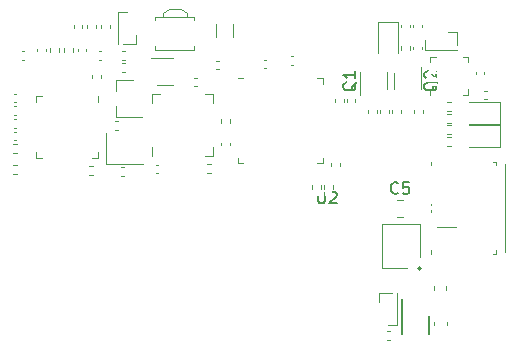
<source format=gbr>
%TF.GenerationSoftware,KiCad,Pcbnew,(5.1.10-1-10_14)*%
%TF.CreationDate,2021-09-22T20:59:13+02:00*%
%TF.ProjectId,Leo_muziekdoos,4c656f5f-6d75-47a6-9965-6b646f6f732e,rev?*%
%TF.SameCoordinates,Original*%
%TF.FileFunction,Legend,Top*%
%TF.FilePolarity,Positive*%
%FSLAX46Y46*%
G04 Gerber Fmt 4.6, Leading zero omitted, Abs format (unit mm)*
G04 Created by KiCad (PCBNEW (5.1.10-1-10_14)) date 2021-09-22 20:59:13*
%MOMM*%
%LPD*%
G01*
G04 APERTURE LIST*
%ADD10C,0.120000*%
%ADD11C,0.200000*%
%ADD12C,0.100000*%
%ADD13C,0.150000*%
%ADD14C,0.010000*%
%ADD15R,0.400000X0.325000*%
%ADD16R,0.400000X0.200000*%
%ADD17R,0.400000X0.650000*%
%ADD18R,3.350000X3.350000*%
%ADD19R,0.650000X0.400000*%
%ADD20O,1.000000X1.000000*%
%ADD21R,1.000000X1.000000*%
%ADD22C,3.000000*%
%ADD23R,0.800000X0.550000*%
%ADD24R,2.150000X0.400000*%
%ADD25R,1.800000X2.000000*%
%ADD26O,2.150000X1.300000*%
%ADD27C,0.550000*%
%ADD28R,0.900000X0.800000*%
%ADD29R,5.300000X5.300000*%
%ADD30R,0.900000X1.700000*%
%ADD31R,1.450000X1.750000*%
%ADD32R,0.300000X0.750000*%
%ADD33R,1.200000X1.000000*%
%ADD34R,3.600000X3.600000*%
%ADD35R,0.450000X0.600000*%
G04 APERTURE END LIST*
D10*
%TO.C,C5*%
X74678748Y-80005000D02*
X75201252Y-80005000D01*
X74678748Y-81475000D02*
X75201252Y-81475000D01*
D11*
%TO.C,U2*%
X76696000Y-85820000D02*
G75*
G03*
X76696000Y-85820000I-100000J0D01*
G01*
D10*
X73396000Y-85820000D02*
X75496000Y-85820000D01*
X73396000Y-82020000D02*
X73396000Y-85820000D01*
X76596000Y-82020000D02*
X73396000Y-82020000D01*
D12*
X76596000Y-84820000D02*
X76596000Y-82020000D01*
D10*
%TO.C,Q1*%
X71540000Y-69220000D02*
X71540000Y-71120000D01*
X73860000Y-70620000D02*
X73860000Y-69220000D01*
%TO.C,Q2*%
X76720000Y-70630000D02*
X76720000Y-68730000D01*
X74400000Y-69230000D02*
X74400000Y-70630000D01*
%TO.C,U10*%
X53910000Y-75575000D02*
X53910000Y-76300000D01*
X59130000Y-71080000D02*
X58405000Y-71080000D01*
X59130000Y-71805000D02*
X59130000Y-71080000D01*
X59130000Y-76300000D02*
X58405000Y-76300000D01*
X59130000Y-75575000D02*
X59130000Y-76300000D01*
X53910000Y-71080000D02*
X54635000Y-71080000D01*
X53910000Y-71805000D02*
X53910000Y-71080000D01*
%TO.C,R11*%
X58596559Y-77773800D02*
X58903841Y-77773800D01*
X58596559Y-77013800D02*
X58903841Y-77013800D01*
%TO.C,Q5*%
X54330000Y-70280000D02*
X55730000Y-70280000D01*
X55730000Y-67960000D02*
X53830000Y-67960000D01*
%TO.C,C29*%
X54248164Y-77753800D02*
X54463836Y-77753800D01*
X54248164Y-77033800D02*
X54463836Y-77033800D01*
%TO.C,J3*%
X79792100Y-65786000D02*
X79792100Y-66896000D01*
X79032100Y-65786000D02*
X79792100Y-65786000D01*
X79794100Y-67310000D02*
X77067100Y-67310000D01*
X77067100Y-66507530D02*
X77067100Y-67310000D01*
%TO.C,J1*%
X73190100Y-87898700D02*
X74300100Y-87898700D01*
X73190100Y-88658700D02*
X73190100Y-87898700D01*
X74714100Y-87896700D02*
X74714100Y-90623700D01*
X73911630Y-90623700D02*
X74714100Y-90623700D01*
%TO.C,J4*%
X51856470Y-64125800D02*
X51054000Y-64125800D01*
X51054000Y-66852800D02*
X51054000Y-64125800D01*
X52578000Y-66090800D02*
X52578000Y-66850800D01*
X52578000Y-66850800D02*
X51468000Y-66850800D01*
%TO.C,ANT1*%
X59350000Y-66250000D02*
X59350000Y-65150000D01*
X60800000Y-65150000D02*
X60800000Y-66250000D01*
D12*
%TO.C,J2*%
X78099100Y-82295800D02*
X79699100Y-82295800D01*
X77599100Y-80695800D02*
X77599100Y-80395800D01*
X77599100Y-80695800D02*
X77599100Y-80995800D01*
X83099100Y-76795800D02*
X82799100Y-76795800D01*
X83099100Y-76795800D02*
X83099100Y-77095800D01*
X83099100Y-84595800D02*
X82799100Y-84595800D01*
X83099100Y-84595800D02*
X83099100Y-84295800D01*
X77599100Y-84595800D02*
X77599100Y-84295800D01*
X77599100Y-84595800D02*
X77899100Y-84595800D01*
X77599100Y-76795800D02*
X77599100Y-77095800D01*
X77599100Y-76795800D02*
X77899100Y-76795800D01*
D10*
X83849100Y-76945800D02*
X83849100Y-84445800D01*
%TO.C,U8*%
X50903600Y-69844800D02*
X50903600Y-70774800D01*
X50903600Y-73004800D02*
X50903600Y-72074800D01*
X50903600Y-73004800D02*
X53063600Y-73004800D01*
X50903600Y-69844800D02*
X52363600Y-69844800D01*
%TO.C,U4*%
X67955800Y-69690000D02*
X68430800Y-69690000D01*
X68430800Y-69690000D02*
X68430800Y-70165000D01*
X61685800Y-76910000D02*
X61210800Y-76910000D01*
X61210800Y-76910000D02*
X61210800Y-76435000D01*
X67955800Y-76910000D02*
X68430800Y-76910000D01*
X68430800Y-76910000D02*
X68430800Y-76435000D01*
X61685800Y-69690000D02*
X61210800Y-69690000D01*
%TO.C,R23*%
X69890000Y-76846359D02*
X69890000Y-77153641D01*
X69130000Y-76846359D02*
X69130000Y-77153641D01*
%TO.C,R22*%
X68504800Y-79084141D02*
X68504800Y-78776859D01*
X69264800Y-79084141D02*
X69264800Y-78776859D01*
%TO.C,R21*%
X67488800Y-79084141D02*
X67488800Y-78776859D01*
X68248800Y-79084141D02*
X68248800Y-78776859D01*
%TO.C,R14*%
X60552600Y-73201559D02*
X60552600Y-73508841D01*
X59792600Y-73201559D02*
X59792600Y-73508841D01*
%TO.C,C27*%
X59607836Y-68960000D02*
X59392164Y-68960000D01*
X59607836Y-68240000D02*
X59392164Y-68240000D01*
%TO.C,C26*%
X63412164Y-68140000D02*
X63627836Y-68140000D01*
X63412164Y-68860000D02*
X63627836Y-68860000D01*
%TO.C,C21*%
X57502164Y-69680000D02*
X57717836Y-69680000D01*
X57502164Y-70400000D02*
X57717836Y-70400000D01*
%TO.C,C19*%
X60532600Y-75152364D02*
X60532600Y-75368036D01*
X59812600Y-75152364D02*
X59812600Y-75368036D01*
%TO.C,C18*%
X65897836Y-68560000D02*
X65682164Y-68560000D01*
X65897836Y-67840000D02*
X65682164Y-67840000D01*
%TO.C,U5*%
X77498300Y-68359400D02*
X77498300Y-67884400D01*
X77498300Y-67884400D02*
X77973300Y-67884400D01*
X80718300Y-70629400D02*
X80718300Y-71104400D01*
X80718300Y-71104400D02*
X80243300Y-71104400D01*
X80718300Y-68359400D02*
X80718300Y-67884400D01*
X80718300Y-67884400D02*
X80243300Y-67884400D01*
X77498300Y-70629400D02*
X77498300Y-71104400D01*
%TO.C,C3*%
X77861700Y-90615380D02*
X77861700Y-90334220D01*
X78881700Y-90615380D02*
X78881700Y-90334220D01*
%TO.C,C1*%
X77836300Y-87605480D02*
X77836300Y-87324320D01*
X78856300Y-87605480D02*
X78856300Y-87324320D01*
%TO.C,C4*%
X75052600Y-65385836D02*
X75052600Y-65170164D01*
X75772600Y-65385836D02*
X75772600Y-65170164D01*
%TO.C,C2*%
X70430000Y-71502164D02*
X70430000Y-71717836D01*
X71150000Y-71502164D02*
X71150000Y-71717836D01*
%TO.C,SW1*%
X57540000Y-64520000D02*
X57540000Y-64820000D01*
X54240000Y-64520000D02*
X57540000Y-64520000D01*
X54240000Y-64820000D02*
X54240000Y-64520000D01*
X57540000Y-67320000D02*
X57540000Y-67020000D01*
X54240000Y-67020000D02*
X54240000Y-67320000D01*
X54240000Y-67320000D02*
X57540000Y-67320000D01*
X56890000Y-64200000D02*
X56890000Y-64520000D01*
X56390000Y-63820000D02*
X56890000Y-64200000D01*
X55390000Y-63820000D02*
X56390000Y-63820000D01*
X54890000Y-64200000D02*
X54890000Y-64520000D01*
X55390000Y-63820000D02*
X54890000Y-64200000D01*
D13*
%TO.C,U1*%
X77388500Y-89865200D02*
X77388500Y-91365200D01*
X75138500Y-88365200D02*
X75138500Y-91365200D01*
D10*
%TO.C,C15*%
X42462336Y-71734000D02*
X42246664Y-71734000D01*
X42462336Y-71014000D02*
X42246664Y-71014000D01*
%TO.C,C14*%
X42462336Y-74972500D02*
X42246664Y-74972500D01*
X42462336Y-74252500D02*
X42246664Y-74252500D01*
%TO.C,C13*%
X42462336Y-73893000D02*
X42246664Y-73893000D01*
X42462336Y-73173000D02*
X42246664Y-73173000D01*
%TO.C,C12*%
X42462336Y-72813500D02*
X42246664Y-72813500D01*
X42462336Y-72093500D02*
X42246664Y-72093500D01*
%TO.C,R20*%
X49594500Y-65495141D02*
X49594500Y-65187859D01*
X50354500Y-65495141D02*
X50354500Y-65187859D01*
%TO.C,R19*%
X46100000Y-67156359D02*
X46100000Y-67463641D01*
X45340000Y-67156359D02*
X45340000Y-67463641D01*
%TO.C,R18*%
X47243000Y-67156359D02*
X47243000Y-67463641D01*
X46483000Y-67156359D02*
X46483000Y-67463641D01*
%TO.C,C25*%
X48471500Y-65449336D02*
X48471500Y-65233664D01*
X49191500Y-65449336D02*
X49191500Y-65233664D01*
%TO.C,C24*%
X47328500Y-65449336D02*
X47328500Y-65233664D01*
X48048500Y-65449336D02*
X48048500Y-65233664D01*
%TO.C,C23*%
X44217000Y-67417836D02*
X44217000Y-67202164D01*
X44937000Y-67417836D02*
X44937000Y-67202164D01*
%TO.C,C20*%
X47646000Y-67417836D02*
X47646000Y-67202164D01*
X48366000Y-67417836D02*
X48366000Y-67202164D01*
%TO.C,C17*%
X42919764Y-67407200D02*
X43135436Y-67407200D01*
X42919764Y-68127200D02*
X43135436Y-68127200D01*
%TO.C,C16*%
X49447564Y-67407200D02*
X49663236Y-67407200D01*
X49447564Y-68127200D02*
X49663236Y-68127200D01*
%TO.C,Y1*%
X50012800Y-76941200D02*
X53212800Y-76941200D01*
X50012800Y-74341200D02*
X50012800Y-76941200D01*
%TO.C,U3*%
X49346000Y-75985500D02*
X49346000Y-76460500D01*
X49346000Y-76460500D02*
X48871000Y-76460500D01*
X44126000Y-71715500D02*
X44126000Y-71240500D01*
X44126000Y-71240500D02*
X44601000Y-71240500D01*
X44126000Y-75985500D02*
X44126000Y-76460500D01*
X44126000Y-76460500D02*
X44601000Y-76460500D01*
X49346000Y-71715500D02*
X49346000Y-71240500D01*
%TO.C,R28*%
X79253641Y-72720000D02*
X78946359Y-72720000D01*
X79253641Y-73480000D02*
X78946359Y-73480000D01*
%TO.C,R27*%
X79253641Y-71740000D02*
X78946359Y-71740000D01*
X79253641Y-72500000D02*
X78946359Y-72500000D01*
%TO.C,R17*%
X48614359Y-77900800D02*
X48921641Y-77900800D01*
X48614359Y-77140800D02*
X48921641Y-77140800D01*
%TO.C,R15*%
X42487821Y-77087460D02*
X42180539Y-77087460D01*
X42487821Y-77847460D02*
X42180539Y-77847460D01*
%TO.C,R12*%
X42200859Y-76072000D02*
X42508141Y-76072000D01*
X42200859Y-75312000D02*
X42508141Y-75312000D01*
%TO.C,R10*%
X74000000Y-72693641D02*
X74000000Y-72386359D01*
X73240000Y-72693641D02*
X73240000Y-72386359D01*
%TO.C,R9*%
X75060000Y-72673641D02*
X75060000Y-72366359D01*
X74300000Y-72673641D02*
X74300000Y-72366359D01*
%TO.C,R8*%
X75792600Y-67323941D02*
X75792600Y-67016659D01*
X75032600Y-67323941D02*
X75032600Y-67016659D01*
%TO.C,R7*%
X76910000Y-72693641D02*
X76910000Y-72386359D01*
X76150000Y-72693641D02*
X76150000Y-72386359D01*
%TO.C,R6*%
X79243641Y-73700000D02*
X78936359Y-73700000D01*
X79243641Y-74460000D02*
X78936359Y-74460000D01*
%TO.C,R5*%
X79233641Y-74700000D02*
X78926359Y-74700000D01*
X79233641Y-75460000D02*
X78926359Y-75460000D01*
%TO.C,R4*%
X69430000Y-71436359D02*
X69430000Y-71743641D01*
X70190000Y-71436359D02*
X70190000Y-71743641D01*
%TO.C,R3*%
X70390000Y-69346359D02*
X70390000Y-69653641D01*
X71150000Y-69346359D02*
X71150000Y-69653641D01*
%TO.C,R2*%
X73000000Y-72683641D02*
X73000000Y-72376359D01*
X72240000Y-72683641D02*
X72240000Y-72376359D01*
%TO.C,R1*%
X74131141Y-91110800D02*
X73823859Y-91110800D01*
X74131141Y-91870800D02*
X73823859Y-91870800D01*
%TO.C,D3*%
X74764000Y-64984500D02*
X74764000Y-67534500D01*
X73064000Y-64984500D02*
X73064000Y-67534500D01*
X74764000Y-64984500D02*
X73064000Y-64984500D01*
%TO.C,D2*%
X83447600Y-71684000D02*
X80762600Y-71684000D01*
X83447600Y-73604000D02*
X83447600Y-71684000D01*
X80762600Y-73604000D02*
X83447600Y-73604000D01*
%TO.C,D1*%
X83447600Y-73639800D02*
X80762600Y-73639800D01*
X83447600Y-75559800D02*
X83447600Y-73639800D01*
X80762600Y-75559800D02*
X83447600Y-75559800D01*
%TO.C,C35*%
X76763200Y-65385836D02*
X76763200Y-65170164D01*
X76043200Y-65385836D02*
X76043200Y-65170164D01*
%TO.C,C34*%
X76043200Y-67049764D02*
X76043200Y-67265436D01*
X76763200Y-67049764D02*
X76763200Y-67265436D01*
%TO.C,C33*%
X82086564Y-71505400D02*
X82302236Y-71505400D01*
X82086564Y-70785400D02*
X82302236Y-70785400D01*
%TO.C,C32*%
X81370000Y-69142164D02*
X81370000Y-69357836D01*
X82090000Y-69142164D02*
X82090000Y-69357836D01*
%TO.C,C10*%
X51619036Y-68423200D02*
X51403364Y-68423200D01*
X51619036Y-69143200D02*
X51403364Y-69143200D01*
%TO.C,C9*%
X51619036Y-67407200D02*
X51403364Y-67407200D01*
X51619036Y-68127200D02*
X51403364Y-68127200D01*
%TO.C,C8*%
X49585200Y-69678436D02*
X49585200Y-69462764D01*
X48865200Y-69678436D02*
X48865200Y-69462764D01*
%TO.C,C7*%
X51060236Y-73350800D02*
X50844564Y-73350800D01*
X51060236Y-74070800D02*
X50844564Y-74070800D01*
%TO.C,C6*%
X51568236Y-77262400D02*
X51352564Y-77262400D01*
X51568236Y-77982400D02*
X51352564Y-77982400D01*
%TO.C,C5*%
D13*
X74773333Y-79417142D02*
X74725714Y-79464761D01*
X74582857Y-79512380D01*
X74487619Y-79512380D01*
X74344761Y-79464761D01*
X74249523Y-79369523D01*
X74201904Y-79274285D01*
X74154285Y-79083809D01*
X74154285Y-78940952D01*
X74201904Y-78750476D01*
X74249523Y-78655238D01*
X74344761Y-78560000D01*
X74487619Y-78512380D01*
X74582857Y-78512380D01*
X74725714Y-78560000D01*
X74773333Y-78607619D01*
X75678095Y-78512380D02*
X75201904Y-78512380D01*
X75154285Y-78988571D01*
X75201904Y-78940952D01*
X75297142Y-78893333D01*
X75535238Y-78893333D01*
X75630476Y-78940952D01*
X75678095Y-78988571D01*
X75725714Y-79083809D01*
X75725714Y-79321904D01*
X75678095Y-79417142D01*
X75630476Y-79464761D01*
X75535238Y-79512380D01*
X75297142Y-79512380D01*
X75201904Y-79464761D01*
X75154285Y-79417142D01*
%TO.C,U2*%
X68003095Y-79312380D02*
X68003095Y-80121904D01*
X68050714Y-80217142D01*
X68098333Y-80264761D01*
X68193571Y-80312380D01*
X68384047Y-80312380D01*
X68479285Y-80264761D01*
X68526904Y-80217142D01*
X68574523Y-80121904D01*
X68574523Y-79312380D01*
X69003095Y-79407619D02*
X69050714Y-79360000D01*
X69145952Y-79312380D01*
X69384047Y-79312380D01*
X69479285Y-79360000D01*
X69526904Y-79407619D01*
X69574523Y-79502857D01*
X69574523Y-79598095D01*
X69526904Y-79740952D01*
X68955476Y-80312380D01*
X69574523Y-80312380D01*
%TO.C,Q1*%
X71247619Y-70015238D02*
X71200000Y-70110476D01*
X71104761Y-70205714D01*
X70961904Y-70348571D01*
X70914285Y-70443809D01*
X70914285Y-70539047D01*
X71152380Y-70491428D02*
X71104761Y-70586666D01*
X71009523Y-70681904D01*
X70819047Y-70729523D01*
X70485714Y-70729523D01*
X70295238Y-70681904D01*
X70200000Y-70586666D01*
X70152380Y-70491428D01*
X70152380Y-70300952D01*
X70200000Y-70205714D01*
X70295238Y-70110476D01*
X70485714Y-70062857D01*
X70819047Y-70062857D01*
X71009523Y-70110476D01*
X71104761Y-70205714D01*
X71152380Y-70300952D01*
X71152380Y-70491428D01*
X71152380Y-69110476D02*
X71152380Y-69681904D01*
X71152380Y-69396190D02*
X70152380Y-69396190D01*
X70295238Y-69491428D01*
X70390476Y-69586666D01*
X70438095Y-69681904D01*
%TO.C,Q2*%
X78107619Y-70025238D02*
X78060000Y-70120476D01*
X77964761Y-70215714D01*
X77821904Y-70358571D01*
X77774285Y-70453809D01*
X77774285Y-70549047D01*
X78012380Y-70501428D02*
X77964761Y-70596666D01*
X77869523Y-70691904D01*
X77679047Y-70739523D01*
X77345714Y-70739523D01*
X77155238Y-70691904D01*
X77060000Y-70596666D01*
X77012380Y-70501428D01*
X77012380Y-70310952D01*
X77060000Y-70215714D01*
X77155238Y-70120476D01*
X77345714Y-70072857D01*
X77679047Y-70072857D01*
X77869523Y-70120476D01*
X77964761Y-70215714D01*
X78012380Y-70310952D01*
X78012380Y-70501428D01*
X77107619Y-69691904D02*
X77060000Y-69644285D01*
X77012380Y-69549047D01*
X77012380Y-69310952D01*
X77060000Y-69215714D01*
X77107619Y-69168095D01*
X77202857Y-69120476D01*
X77298095Y-69120476D01*
X77440952Y-69168095D01*
X78012380Y-69739523D01*
X78012380Y-69120476D01*
%TD*%
%LPC*%
D14*
%TO.C,U2*%
G36*
X73646000Y-83045000D02*
G01*
X73946000Y-83045000D01*
X73946000Y-82520000D01*
X74396000Y-82520000D01*
X74396000Y-82220000D01*
X74571000Y-82220000D01*
X74571000Y-83245000D01*
X73646000Y-83245000D01*
X73646000Y-83045000D01*
G37*
X73646000Y-83045000D02*
X73946000Y-83045000D01*
X73946000Y-82520000D01*
X74396000Y-82520000D01*
X74396000Y-82220000D01*
X74571000Y-82220000D01*
X74571000Y-83245000D01*
X73646000Y-83245000D01*
X73646000Y-83045000D01*
G36*
X75421000Y-82220000D02*
G01*
X75596000Y-82220000D01*
X75596000Y-82520000D01*
X76046000Y-82520000D01*
X76046000Y-83045000D01*
X76346000Y-83045000D01*
X76346000Y-83245000D01*
X75421000Y-83245000D01*
X75421000Y-82220000D01*
G37*
X75421000Y-82220000D02*
X75596000Y-82220000D01*
X75596000Y-82520000D01*
X76046000Y-82520000D01*
X76046000Y-83045000D01*
X76346000Y-83045000D01*
X76346000Y-83245000D01*
X75421000Y-83245000D01*
X75421000Y-82220000D01*
G36*
X75396000Y-85320000D02*
G01*
X74596000Y-85320000D01*
X74596000Y-85640000D01*
X74396000Y-85640000D01*
X74396000Y-85320000D01*
X74296000Y-85320000D01*
X74296000Y-84720000D01*
X75696000Y-84720000D01*
X75696000Y-85320000D01*
X75596000Y-85320000D01*
X75596000Y-85640000D01*
X75396000Y-85640000D01*
X75396000Y-85320000D01*
G37*
X75396000Y-85320000D02*
X74596000Y-85320000D01*
X74596000Y-85640000D01*
X74396000Y-85640000D01*
X74396000Y-85320000D01*
X74296000Y-85320000D01*
X74296000Y-84720000D01*
X75696000Y-84720000D01*
X75696000Y-85320000D01*
X75596000Y-85320000D01*
X75596000Y-85640000D01*
X75396000Y-85640000D01*
X75396000Y-85320000D01*
%TD*%
%TO.C,C5*%
G36*
G01*
X75390000Y-81215000D02*
X75390000Y-80265000D01*
G75*
G02*
X75640000Y-80015000I250000J0D01*
G01*
X76140000Y-80015000D01*
G75*
G02*
X76390000Y-80265000I0J-250000D01*
G01*
X76390000Y-81215000D01*
G75*
G02*
X76140000Y-81465000I-250000J0D01*
G01*
X75640000Y-81465000D01*
G75*
G02*
X75390000Y-81215000I0J250000D01*
G01*
G37*
G36*
G01*
X73490000Y-81215000D02*
X73490000Y-80265000D01*
G75*
G02*
X73740000Y-80015000I250000J0D01*
G01*
X74240000Y-80015000D01*
G75*
G02*
X74490000Y-80265000I0J-250000D01*
G01*
X74490000Y-81215000D01*
G75*
G02*
X74240000Y-81465000I-250000J0D01*
G01*
X73740000Y-81465000D01*
G75*
G02*
X73490000Y-81215000I0J250000D01*
G01*
G37*
%TD*%
D12*
%TO.C,U2*%
G36*
X75375025Y-85674904D02*
G01*
X75374087Y-85674619D01*
X75373222Y-85674157D01*
X75372464Y-85673536D01*
X75371843Y-85672778D01*
X75371381Y-85671913D01*
X75371096Y-85670975D01*
X75371000Y-85670000D01*
X75371000Y-85425000D01*
X74621000Y-85425000D01*
X74621000Y-85670000D01*
X74620904Y-85670975D01*
X74620619Y-85671913D01*
X74620157Y-85672778D01*
X74619536Y-85673536D01*
X74618778Y-85674157D01*
X74617913Y-85674619D01*
X74616975Y-85674904D01*
X74616000Y-85675000D01*
X74376000Y-85675000D01*
X74375025Y-85674904D01*
X74374087Y-85674619D01*
X74373222Y-85674157D01*
X74372464Y-85673536D01*
X74371843Y-85672778D01*
X74371381Y-85671913D01*
X74371096Y-85670975D01*
X74371000Y-85670000D01*
X74371000Y-85425000D01*
X74196000Y-85425000D01*
X74195025Y-85424904D01*
X74194087Y-85424619D01*
X74193222Y-85424157D01*
X74192464Y-85423536D01*
X74191843Y-85422778D01*
X74191381Y-85421913D01*
X74191096Y-85420975D01*
X74191000Y-85420000D01*
X74191000Y-84150000D01*
X74191096Y-84149025D01*
X74191381Y-84148087D01*
X74191843Y-84147222D01*
X74192464Y-84146464D01*
X74193222Y-84145843D01*
X74194087Y-84145381D01*
X74195025Y-84145096D01*
X74196000Y-84145000D01*
X74741000Y-84145000D01*
X74741000Y-83940000D01*
X74741096Y-83939025D01*
X74741381Y-83938087D01*
X74741843Y-83937222D01*
X74742464Y-83936464D01*
X74743222Y-83935843D01*
X74744087Y-83935381D01*
X74745025Y-83935096D01*
X74746000Y-83935000D01*
X75246000Y-83935000D01*
X75246975Y-83935096D01*
X75247913Y-83935381D01*
X75248778Y-83935843D01*
X75249536Y-83936464D01*
X75250157Y-83937222D01*
X75250619Y-83938087D01*
X75250904Y-83939025D01*
X75251000Y-83940000D01*
X75251000Y-84145000D01*
X75796000Y-84145000D01*
X75796975Y-84145096D01*
X75797913Y-84145381D01*
X75798778Y-84145843D01*
X75799536Y-84146464D01*
X75800157Y-84147222D01*
X75800619Y-84148087D01*
X75800904Y-84149025D01*
X75801000Y-84150000D01*
X75801000Y-85420000D01*
X75800904Y-85420975D01*
X75800619Y-85421913D01*
X75800157Y-85422778D01*
X75799536Y-85423536D01*
X75798778Y-85424157D01*
X75797913Y-85424619D01*
X75796975Y-85424904D01*
X75796000Y-85425000D01*
X75621000Y-85425000D01*
X75621000Y-85670000D01*
X75620904Y-85670975D01*
X75620619Y-85671913D01*
X75620157Y-85672778D01*
X75619536Y-85673536D01*
X75618778Y-85674157D01*
X75617913Y-85674619D01*
X75616975Y-85674904D01*
X75616000Y-85675000D01*
X75376000Y-85675000D01*
X75375025Y-85674904D01*
G37*
G36*
X73845025Y-83874904D02*
G01*
X73844087Y-83874619D01*
X73843222Y-83874157D01*
X73842464Y-83873536D01*
X73841843Y-83872778D01*
X73841381Y-83871913D01*
X73841096Y-83870975D01*
X73841000Y-83870000D01*
X73841000Y-83275000D01*
X73596000Y-83275000D01*
X73595025Y-83274904D01*
X73594087Y-83274619D01*
X73593222Y-83274157D01*
X73592464Y-83273536D01*
X73591843Y-83272778D01*
X73591381Y-83271913D01*
X73591096Y-83270975D01*
X73591000Y-83270000D01*
X73591000Y-83020000D01*
X73591096Y-83019025D01*
X73591381Y-83018087D01*
X73591843Y-83017222D01*
X73592464Y-83016464D01*
X73593222Y-83015843D01*
X73594087Y-83015381D01*
X73595025Y-83015096D01*
X73596000Y-83015000D01*
X73841000Y-83015000D01*
X73841000Y-82420000D01*
X73841096Y-82419025D01*
X73841381Y-82418087D01*
X73841843Y-82417222D01*
X73842464Y-82416464D01*
X73843222Y-82415843D01*
X73844087Y-82415381D01*
X73845025Y-82415096D01*
X73846000Y-82415000D01*
X74341000Y-82415000D01*
X74341000Y-82170000D01*
X74341096Y-82169025D01*
X74341381Y-82168087D01*
X74341843Y-82167222D01*
X74342464Y-82166464D01*
X74343222Y-82165843D01*
X74344087Y-82165381D01*
X74345025Y-82165096D01*
X74346000Y-82165000D01*
X74596000Y-82165000D01*
X74596975Y-82165096D01*
X74597913Y-82165381D01*
X74598778Y-82165843D01*
X74599536Y-82166464D01*
X74600157Y-82167222D01*
X74600619Y-82168087D01*
X74600904Y-82169025D01*
X74601000Y-82170000D01*
X74601000Y-83870000D01*
X74600904Y-83870975D01*
X74600619Y-83871913D01*
X74600157Y-83872778D01*
X74599536Y-83873536D01*
X74598778Y-83874157D01*
X74597913Y-83874619D01*
X74596975Y-83874904D01*
X74596000Y-83875000D01*
X73846000Y-83875000D01*
X73845025Y-83874904D01*
G37*
G36*
X75395025Y-83874904D02*
G01*
X75394087Y-83874619D01*
X75393222Y-83874157D01*
X75392464Y-83873536D01*
X75391843Y-83872778D01*
X75391381Y-83871913D01*
X75391096Y-83870975D01*
X75391000Y-83870000D01*
X75391000Y-82170000D01*
X75391096Y-82169025D01*
X75391381Y-82168087D01*
X75391843Y-82167222D01*
X75392464Y-82166464D01*
X75393222Y-82165843D01*
X75394087Y-82165381D01*
X75395025Y-82165096D01*
X75396000Y-82165000D01*
X75646000Y-82165000D01*
X75646975Y-82165096D01*
X75647913Y-82165381D01*
X75648778Y-82165843D01*
X75649536Y-82166464D01*
X75650157Y-82167222D01*
X75650619Y-82168087D01*
X75650904Y-82169025D01*
X75651000Y-82170000D01*
X75651000Y-82415000D01*
X76146000Y-82415000D01*
X76146975Y-82415096D01*
X76147913Y-82415381D01*
X76148778Y-82415843D01*
X76149536Y-82416464D01*
X76150157Y-82417222D01*
X76150619Y-82418087D01*
X76150904Y-82419025D01*
X76151000Y-82420000D01*
X76151000Y-83015000D01*
X76396000Y-83015000D01*
X76396975Y-83015096D01*
X76397913Y-83015381D01*
X76398778Y-83015843D01*
X76399536Y-83016464D01*
X76400157Y-83017222D01*
X76400619Y-83018087D01*
X76400904Y-83019025D01*
X76401000Y-83020000D01*
X76401000Y-83270000D01*
X76400904Y-83270975D01*
X76400619Y-83271913D01*
X76400157Y-83272778D01*
X76399536Y-83273536D01*
X76398778Y-83274157D01*
X76397913Y-83274619D01*
X76396975Y-83274904D01*
X76396000Y-83275000D01*
X76151000Y-83275000D01*
X76151000Y-83870000D01*
X76150904Y-83870975D01*
X76150619Y-83871913D01*
X76150157Y-83872778D01*
X76149536Y-83873536D01*
X76148778Y-83874157D01*
X76147913Y-83874619D01*
X76146975Y-83874904D01*
X76146000Y-83875000D01*
X75396000Y-83875000D01*
X75395025Y-83874904D01*
G37*
D15*
X76196000Y-85282500D03*
X73796000Y-85282500D03*
D16*
X76196000Y-84820000D03*
D15*
X76196000Y-84357500D03*
D16*
X73796000Y-84820000D03*
D15*
X73796000Y-84357500D03*
%TD*%
D17*
%TO.C,Q1*%
X72050000Y-68970000D03*
X73350000Y-68970000D03*
X72700000Y-70870000D03*
X72700000Y-68970000D03*
X73350000Y-70870000D03*
X72050000Y-70870000D03*
%TD*%
%TO.C,Q2*%
X76210000Y-70880000D03*
X74910000Y-70880000D03*
X75560000Y-68980000D03*
X75560000Y-70880000D03*
X74910000Y-68980000D03*
X76210000Y-68980000D03*
%TD*%
D18*
%TO.C,U10*%
X56520000Y-73690000D03*
G36*
G01*
X54407500Y-75315000D02*
X53732500Y-75315000D01*
G75*
G02*
X53670000Y-75252500I0J62500D01*
G01*
X53670000Y-75127500D01*
G75*
G02*
X53732500Y-75065000I62500J0D01*
G01*
X54407500Y-75065000D01*
G75*
G02*
X54470000Y-75127500I0J-62500D01*
G01*
X54470000Y-75252500D01*
G75*
G02*
X54407500Y-75315000I-62500J0D01*
G01*
G37*
G36*
G01*
X54407500Y-74815000D02*
X53732500Y-74815000D01*
G75*
G02*
X53670000Y-74752500I0J62500D01*
G01*
X53670000Y-74627500D01*
G75*
G02*
X53732500Y-74565000I62500J0D01*
G01*
X54407500Y-74565000D01*
G75*
G02*
X54470000Y-74627500I0J-62500D01*
G01*
X54470000Y-74752500D01*
G75*
G02*
X54407500Y-74815000I-62500J0D01*
G01*
G37*
G36*
G01*
X54407500Y-74315000D02*
X53732500Y-74315000D01*
G75*
G02*
X53670000Y-74252500I0J62500D01*
G01*
X53670000Y-74127500D01*
G75*
G02*
X53732500Y-74065000I62500J0D01*
G01*
X54407500Y-74065000D01*
G75*
G02*
X54470000Y-74127500I0J-62500D01*
G01*
X54470000Y-74252500D01*
G75*
G02*
X54407500Y-74315000I-62500J0D01*
G01*
G37*
G36*
G01*
X54407500Y-73815000D02*
X53732500Y-73815000D01*
G75*
G02*
X53670000Y-73752500I0J62500D01*
G01*
X53670000Y-73627500D01*
G75*
G02*
X53732500Y-73565000I62500J0D01*
G01*
X54407500Y-73565000D01*
G75*
G02*
X54470000Y-73627500I0J-62500D01*
G01*
X54470000Y-73752500D01*
G75*
G02*
X54407500Y-73815000I-62500J0D01*
G01*
G37*
G36*
G01*
X54407500Y-73315000D02*
X53732500Y-73315000D01*
G75*
G02*
X53670000Y-73252500I0J62500D01*
G01*
X53670000Y-73127500D01*
G75*
G02*
X53732500Y-73065000I62500J0D01*
G01*
X54407500Y-73065000D01*
G75*
G02*
X54470000Y-73127500I0J-62500D01*
G01*
X54470000Y-73252500D01*
G75*
G02*
X54407500Y-73315000I-62500J0D01*
G01*
G37*
G36*
G01*
X54407500Y-72815000D02*
X53732500Y-72815000D01*
G75*
G02*
X53670000Y-72752500I0J62500D01*
G01*
X53670000Y-72627500D01*
G75*
G02*
X53732500Y-72565000I62500J0D01*
G01*
X54407500Y-72565000D01*
G75*
G02*
X54470000Y-72627500I0J-62500D01*
G01*
X54470000Y-72752500D01*
G75*
G02*
X54407500Y-72815000I-62500J0D01*
G01*
G37*
G36*
G01*
X54407500Y-72315000D02*
X53732500Y-72315000D01*
G75*
G02*
X53670000Y-72252500I0J62500D01*
G01*
X53670000Y-72127500D01*
G75*
G02*
X53732500Y-72065000I62500J0D01*
G01*
X54407500Y-72065000D01*
G75*
G02*
X54470000Y-72127500I0J-62500D01*
G01*
X54470000Y-72252500D01*
G75*
G02*
X54407500Y-72315000I-62500J0D01*
G01*
G37*
G36*
G01*
X55082500Y-71640000D02*
X54957500Y-71640000D01*
G75*
G02*
X54895000Y-71577500I0J62500D01*
G01*
X54895000Y-70902500D01*
G75*
G02*
X54957500Y-70840000I62500J0D01*
G01*
X55082500Y-70840000D01*
G75*
G02*
X55145000Y-70902500I0J-62500D01*
G01*
X55145000Y-71577500D01*
G75*
G02*
X55082500Y-71640000I-62500J0D01*
G01*
G37*
G36*
G01*
X55582500Y-71640000D02*
X55457500Y-71640000D01*
G75*
G02*
X55395000Y-71577500I0J62500D01*
G01*
X55395000Y-70902500D01*
G75*
G02*
X55457500Y-70840000I62500J0D01*
G01*
X55582500Y-70840000D01*
G75*
G02*
X55645000Y-70902500I0J-62500D01*
G01*
X55645000Y-71577500D01*
G75*
G02*
X55582500Y-71640000I-62500J0D01*
G01*
G37*
G36*
G01*
X56082500Y-71640000D02*
X55957500Y-71640000D01*
G75*
G02*
X55895000Y-71577500I0J62500D01*
G01*
X55895000Y-70902500D01*
G75*
G02*
X55957500Y-70840000I62500J0D01*
G01*
X56082500Y-70840000D01*
G75*
G02*
X56145000Y-70902500I0J-62500D01*
G01*
X56145000Y-71577500D01*
G75*
G02*
X56082500Y-71640000I-62500J0D01*
G01*
G37*
G36*
G01*
X56582500Y-71640000D02*
X56457500Y-71640000D01*
G75*
G02*
X56395000Y-71577500I0J62500D01*
G01*
X56395000Y-70902500D01*
G75*
G02*
X56457500Y-70840000I62500J0D01*
G01*
X56582500Y-70840000D01*
G75*
G02*
X56645000Y-70902500I0J-62500D01*
G01*
X56645000Y-71577500D01*
G75*
G02*
X56582500Y-71640000I-62500J0D01*
G01*
G37*
G36*
G01*
X57082500Y-71640000D02*
X56957500Y-71640000D01*
G75*
G02*
X56895000Y-71577500I0J62500D01*
G01*
X56895000Y-70902500D01*
G75*
G02*
X56957500Y-70840000I62500J0D01*
G01*
X57082500Y-70840000D01*
G75*
G02*
X57145000Y-70902500I0J-62500D01*
G01*
X57145000Y-71577500D01*
G75*
G02*
X57082500Y-71640000I-62500J0D01*
G01*
G37*
G36*
G01*
X57582500Y-71640000D02*
X57457500Y-71640000D01*
G75*
G02*
X57395000Y-71577500I0J62500D01*
G01*
X57395000Y-70902500D01*
G75*
G02*
X57457500Y-70840000I62500J0D01*
G01*
X57582500Y-70840000D01*
G75*
G02*
X57645000Y-70902500I0J-62500D01*
G01*
X57645000Y-71577500D01*
G75*
G02*
X57582500Y-71640000I-62500J0D01*
G01*
G37*
G36*
G01*
X58082500Y-71640000D02*
X57957500Y-71640000D01*
G75*
G02*
X57895000Y-71577500I0J62500D01*
G01*
X57895000Y-70902500D01*
G75*
G02*
X57957500Y-70840000I62500J0D01*
G01*
X58082500Y-70840000D01*
G75*
G02*
X58145000Y-70902500I0J-62500D01*
G01*
X58145000Y-71577500D01*
G75*
G02*
X58082500Y-71640000I-62500J0D01*
G01*
G37*
G36*
G01*
X59307500Y-72315000D02*
X58632500Y-72315000D01*
G75*
G02*
X58570000Y-72252500I0J62500D01*
G01*
X58570000Y-72127500D01*
G75*
G02*
X58632500Y-72065000I62500J0D01*
G01*
X59307500Y-72065000D01*
G75*
G02*
X59370000Y-72127500I0J-62500D01*
G01*
X59370000Y-72252500D01*
G75*
G02*
X59307500Y-72315000I-62500J0D01*
G01*
G37*
G36*
G01*
X59307500Y-72815000D02*
X58632500Y-72815000D01*
G75*
G02*
X58570000Y-72752500I0J62500D01*
G01*
X58570000Y-72627500D01*
G75*
G02*
X58632500Y-72565000I62500J0D01*
G01*
X59307500Y-72565000D01*
G75*
G02*
X59370000Y-72627500I0J-62500D01*
G01*
X59370000Y-72752500D01*
G75*
G02*
X59307500Y-72815000I-62500J0D01*
G01*
G37*
G36*
G01*
X59307500Y-73315000D02*
X58632500Y-73315000D01*
G75*
G02*
X58570000Y-73252500I0J62500D01*
G01*
X58570000Y-73127500D01*
G75*
G02*
X58632500Y-73065000I62500J0D01*
G01*
X59307500Y-73065000D01*
G75*
G02*
X59370000Y-73127500I0J-62500D01*
G01*
X59370000Y-73252500D01*
G75*
G02*
X59307500Y-73315000I-62500J0D01*
G01*
G37*
G36*
G01*
X59307500Y-73815000D02*
X58632500Y-73815000D01*
G75*
G02*
X58570000Y-73752500I0J62500D01*
G01*
X58570000Y-73627500D01*
G75*
G02*
X58632500Y-73565000I62500J0D01*
G01*
X59307500Y-73565000D01*
G75*
G02*
X59370000Y-73627500I0J-62500D01*
G01*
X59370000Y-73752500D01*
G75*
G02*
X59307500Y-73815000I-62500J0D01*
G01*
G37*
G36*
G01*
X59307500Y-74315000D02*
X58632500Y-74315000D01*
G75*
G02*
X58570000Y-74252500I0J62500D01*
G01*
X58570000Y-74127500D01*
G75*
G02*
X58632500Y-74065000I62500J0D01*
G01*
X59307500Y-74065000D01*
G75*
G02*
X59370000Y-74127500I0J-62500D01*
G01*
X59370000Y-74252500D01*
G75*
G02*
X59307500Y-74315000I-62500J0D01*
G01*
G37*
G36*
G01*
X59307500Y-74815000D02*
X58632500Y-74815000D01*
G75*
G02*
X58570000Y-74752500I0J62500D01*
G01*
X58570000Y-74627500D01*
G75*
G02*
X58632500Y-74565000I62500J0D01*
G01*
X59307500Y-74565000D01*
G75*
G02*
X59370000Y-74627500I0J-62500D01*
G01*
X59370000Y-74752500D01*
G75*
G02*
X59307500Y-74815000I-62500J0D01*
G01*
G37*
G36*
G01*
X59307500Y-75315000D02*
X58632500Y-75315000D01*
G75*
G02*
X58570000Y-75252500I0J62500D01*
G01*
X58570000Y-75127500D01*
G75*
G02*
X58632500Y-75065000I62500J0D01*
G01*
X59307500Y-75065000D01*
G75*
G02*
X59370000Y-75127500I0J-62500D01*
G01*
X59370000Y-75252500D01*
G75*
G02*
X59307500Y-75315000I-62500J0D01*
G01*
G37*
G36*
G01*
X58082500Y-76540000D02*
X57957500Y-76540000D01*
G75*
G02*
X57895000Y-76477500I0J62500D01*
G01*
X57895000Y-75802500D01*
G75*
G02*
X57957500Y-75740000I62500J0D01*
G01*
X58082500Y-75740000D01*
G75*
G02*
X58145000Y-75802500I0J-62500D01*
G01*
X58145000Y-76477500D01*
G75*
G02*
X58082500Y-76540000I-62500J0D01*
G01*
G37*
G36*
G01*
X57582500Y-76540000D02*
X57457500Y-76540000D01*
G75*
G02*
X57395000Y-76477500I0J62500D01*
G01*
X57395000Y-75802500D01*
G75*
G02*
X57457500Y-75740000I62500J0D01*
G01*
X57582500Y-75740000D01*
G75*
G02*
X57645000Y-75802500I0J-62500D01*
G01*
X57645000Y-76477500D01*
G75*
G02*
X57582500Y-76540000I-62500J0D01*
G01*
G37*
G36*
G01*
X57082500Y-76540000D02*
X56957500Y-76540000D01*
G75*
G02*
X56895000Y-76477500I0J62500D01*
G01*
X56895000Y-75802500D01*
G75*
G02*
X56957500Y-75740000I62500J0D01*
G01*
X57082500Y-75740000D01*
G75*
G02*
X57145000Y-75802500I0J-62500D01*
G01*
X57145000Y-76477500D01*
G75*
G02*
X57082500Y-76540000I-62500J0D01*
G01*
G37*
G36*
G01*
X56582500Y-76540000D02*
X56457500Y-76540000D01*
G75*
G02*
X56395000Y-76477500I0J62500D01*
G01*
X56395000Y-75802500D01*
G75*
G02*
X56457500Y-75740000I62500J0D01*
G01*
X56582500Y-75740000D01*
G75*
G02*
X56645000Y-75802500I0J-62500D01*
G01*
X56645000Y-76477500D01*
G75*
G02*
X56582500Y-76540000I-62500J0D01*
G01*
G37*
G36*
G01*
X56082500Y-76540000D02*
X55957500Y-76540000D01*
G75*
G02*
X55895000Y-76477500I0J62500D01*
G01*
X55895000Y-75802500D01*
G75*
G02*
X55957500Y-75740000I62500J0D01*
G01*
X56082500Y-75740000D01*
G75*
G02*
X56145000Y-75802500I0J-62500D01*
G01*
X56145000Y-76477500D01*
G75*
G02*
X56082500Y-76540000I-62500J0D01*
G01*
G37*
G36*
G01*
X55582500Y-76540000D02*
X55457500Y-76540000D01*
G75*
G02*
X55395000Y-76477500I0J62500D01*
G01*
X55395000Y-75802500D01*
G75*
G02*
X55457500Y-75740000I62500J0D01*
G01*
X55582500Y-75740000D01*
G75*
G02*
X55645000Y-75802500I0J-62500D01*
G01*
X55645000Y-76477500D01*
G75*
G02*
X55582500Y-76540000I-62500J0D01*
G01*
G37*
G36*
G01*
X55082500Y-76540000D02*
X54957500Y-76540000D01*
G75*
G02*
X54895000Y-76477500I0J62500D01*
G01*
X54895000Y-75802500D01*
G75*
G02*
X54957500Y-75740000I62500J0D01*
G01*
X55082500Y-75740000D01*
G75*
G02*
X55145000Y-75802500I0J-62500D01*
G01*
X55145000Y-76477500D01*
G75*
G02*
X55082500Y-76540000I-62500J0D01*
G01*
G37*
%TD*%
%TO.C,R11*%
G36*
G01*
X58990200Y-77578800D02*
X58990200Y-77208800D01*
G75*
G02*
X59125200Y-77073800I135000J0D01*
G01*
X59395200Y-77073800D01*
G75*
G02*
X59530200Y-77208800I0J-135000D01*
G01*
X59530200Y-77578800D01*
G75*
G02*
X59395200Y-77713800I-135000J0D01*
G01*
X59125200Y-77713800D01*
G75*
G02*
X58990200Y-77578800I0J135000D01*
G01*
G37*
G36*
G01*
X57970200Y-77578800D02*
X57970200Y-77208800D01*
G75*
G02*
X58105200Y-77073800I135000J0D01*
G01*
X58375200Y-77073800D01*
G75*
G02*
X58510200Y-77208800I0J-135000D01*
G01*
X58510200Y-77578800D01*
G75*
G02*
X58375200Y-77713800I-135000J0D01*
G01*
X58105200Y-77713800D01*
G75*
G02*
X57970200Y-77578800I0J135000D01*
G01*
G37*
%TD*%
D19*
%TO.C,Q5*%
X55980000Y-68470000D03*
X55980000Y-69770000D03*
X54080000Y-69120000D03*
X55980000Y-69120000D03*
X54080000Y-69770000D03*
X54080000Y-68470000D03*
%TD*%
%TO.C,C29*%
G36*
G01*
X54556000Y-77563800D02*
X54556000Y-77223800D01*
G75*
G02*
X54696000Y-77083800I140000J0D01*
G01*
X54976000Y-77083800D01*
G75*
G02*
X55116000Y-77223800I0J-140000D01*
G01*
X55116000Y-77563800D01*
G75*
G02*
X54976000Y-77703800I-140000J0D01*
G01*
X54696000Y-77703800D01*
G75*
G02*
X54556000Y-77563800I0J140000D01*
G01*
G37*
G36*
G01*
X53596000Y-77563800D02*
X53596000Y-77223800D01*
G75*
G02*
X53736000Y-77083800I140000J0D01*
G01*
X54016000Y-77083800D01*
G75*
G02*
X54156000Y-77223800I0J-140000D01*
G01*
X54156000Y-77563800D01*
G75*
G02*
X54016000Y-77703800I-140000J0D01*
G01*
X53736000Y-77703800D01*
G75*
G02*
X53596000Y-77563800I0J140000D01*
G01*
G37*
%TD*%
D20*
%TO.C,J3*%
X77762100Y-66548000D03*
D21*
X79032100Y-66548000D03*
%TD*%
D20*
%TO.C,J1*%
X73952100Y-89928700D03*
D21*
X73952100Y-88658700D03*
%TD*%
D22*
%TO.C,M2*%
X82397600Y-88696800D03*
%TD*%
D20*
%TO.C,J4*%
X51816000Y-64820800D03*
D21*
X51816000Y-66090800D03*
%TD*%
D23*
%TO.C,ANT1*%
X60075000Y-66525000D03*
X60075000Y-64875000D03*
%TD*%
D21*
%TO.C,J2*%
X82849100Y-82195800D03*
D24*
X78539100Y-81995800D03*
D25*
X78539100Y-84495800D03*
D26*
X81699100Y-84295800D03*
D25*
X78539100Y-76895800D03*
D26*
X81699100Y-77095800D03*
D27*
X79549100Y-82695800D03*
X79549100Y-78695800D03*
D21*
X82849100Y-79195800D03*
D24*
X78539100Y-81345800D03*
X78539100Y-80695800D03*
X78539100Y-80045800D03*
X78539100Y-79395800D03*
%TD*%
D28*
%TO.C,U8*%
X50663600Y-71424800D03*
X52663600Y-70474800D03*
X52663600Y-72374800D03*
%TD*%
D29*
%TO.C,U4*%
X64820800Y-73300000D03*
G36*
G01*
X61945800Y-70187500D02*
X61945800Y-69512500D01*
G75*
G02*
X62008300Y-69450000I62500J0D01*
G01*
X62133300Y-69450000D01*
G75*
G02*
X62195800Y-69512500I0J-62500D01*
G01*
X62195800Y-70187500D01*
G75*
G02*
X62133300Y-70250000I-62500J0D01*
G01*
X62008300Y-70250000D01*
G75*
G02*
X61945800Y-70187500I0J62500D01*
G01*
G37*
G36*
G01*
X62445800Y-70187500D02*
X62445800Y-69512500D01*
G75*
G02*
X62508300Y-69450000I62500J0D01*
G01*
X62633300Y-69450000D01*
G75*
G02*
X62695800Y-69512500I0J-62500D01*
G01*
X62695800Y-70187500D01*
G75*
G02*
X62633300Y-70250000I-62500J0D01*
G01*
X62508300Y-70250000D01*
G75*
G02*
X62445800Y-70187500I0J62500D01*
G01*
G37*
G36*
G01*
X62945800Y-70187500D02*
X62945800Y-69512500D01*
G75*
G02*
X63008300Y-69450000I62500J0D01*
G01*
X63133300Y-69450000D01*
G75*
G02*
X63195800Y-69512500I0J-62500D01*
G01*
X63195800Y-70187500D01*
G75*
G02*
X63133300Y-70250000I-62500J0D01*
G01*
X63008300Y-70250000D01*
G75*
G02*
X62945800Y-70187500I0J62500D01*
G01*
G37*
G36*
G01*
X63445800Y-70187500D02*
X63445800Y-69512500D01*
G75*
G02*
X63508300Y-69450000I62500J0D01*
G01*
X63633300Y-69450000D01*
G75*
G02*
X63695800Y-69512500I0J-62500D01*
G01*
X63695800Y-70187500D01*
G75*
G02*
X63633300Y-70250000I-62500J0D01*
G01*
X63508300Y-70250000D01*
G75*
G02*
X63445800Y-70187500I0J62500D01*
G01*
G37*
G36*
G01*
X63945800Y-70187500D02*
X63945800Y-69512500D01*
G75*
G02*
X64008300Y-69450000I62500J0D01*
G01*
X64133300Y-69450000D01*
G75*
G02*
X64195800Y-69512500I0J-62500D01*
G01*
X64195800Y-70187500D01*
G75*
G02*
X64133300Y-70250000I-62500J0D01*
G01*
X64008300Y-70250000D01*
G75*
G02*
X63945800Y-70187500I0J62500D01*
G01*
G37*
G36*
G01*
X64445800Y-70187500D02*
X64445800Y-69512500D01*
G75*
G02*
X64508300Y-69450000I62500J0D01*
G01*
X64633300Y-69450000D01*
G75*
G02*
X64695800Y-69512500I0J-62500D01*
G01*
X64695800Y-70187500D01*
G75*
G02*
X64633300Y-70250000I-62500J0D01*
G01*
X64508300Y-70250000D01*
G75*
G02*
X64445800Y-70187500I0J62500D01*
G01*
G37*
G36*
G01*
X64945800Y-70187500D02*
X64945800Y-69512500D01*
G75*
G02*
X65008300Y-69450000I62500J0D01*
G01*
X65133300Y-69450000D01*
G75*
G02*
X65195800Y-69512500I0J-62500D01*
G01*
X65195800Y-70187500D01*
G75*
G02*
X65133300Y-70250000I-62500J0D01*
G01*
X65008300Y-70250000D01*
G75*
G02*
X64945800Y-70187500I0J62500D01*
G01*
G37*
G36*
G01*
X65445800Y-70187500D02*
X65445800Y-69512500D01*
G75*
G02*
X65508300Y-69450000I62500J0D01*
G01*
X65633300Y-69450000D01*
G75*
G02*
X65695800Y-69512500I0J-62500D01*
G01*
X65695800Y-70187500D01*
G75*
G02*
X65633300Y-70250000I-62500J0D01*
G01*
X65508300Y-70250000D01*
G75*
G02*
X65445800Y-70187500I0J62500D01*
G01*
G37*
G36*
G01*
X65945800Y-70187500D02*
X65945800Y-69512500D01*
G75*
G02*
X66008300Y-69450000I62500J0D01*
G01*
X66133300Y-69450000D01*
G75*
G02*
X66195800Y-69512500I0J-62500D01*
G01*
X66195800Y-70187500D01*
G75*
G02*
X66133300Y-70250000I-62500J0D01*
G01*
X66008300Y-70250000D01*
G75*
G02*
X65945800Y-70187500I0J62500D01*
G01*
G37*
G36*
G01*
X66445800Y-70187500D02*
X66445800Y-69512500D01*
G75*
G02*
X66508300Y-69450000I62500J0D01*
G01*
X66633300Y-69450000D01*
G75*
G02*
X66695800Y-69512500I0J-62500D01*
G01*
X66695800Y-70187500D01*
G75*
G02*
X66633300Y-70250000I-62500J0D01*
G01*
X66508300Y-70250000D01*
G75*
G02*
X66445800Y-70187500I0J62500D01*
G01*
G37*
G36*
G01*
X66945800Y-70187500D02*
X66945800Y-69512500D01*
G75*
G02*
X67008300Y-69450000I62500J0D01*
G01*
X67133300Y-69450000D01*
G75*
G02*
X67195800Y-69512500I0J-62500D01*
G01*
X67195800Y-70187500D01*
G75*
G02*
X67133300Y-70250000I-62500J0D01*
G01*
X67008300Y-70250000D01*
G75*
G02*
X66945800Y-70187500I0J62500D01*
G01*
G37*
G36*
G01*
X67445800Y-70187500D02*
X67445800Y-69512500D01*
G75*
G02*
X67508300Y-69450000I62500J0D01*
G01*
X67633300Y-69450000D01*
G75*
G02*
X67695800Y-69512500I0J-62500D01*
G01*
X67695800Y-70187500D01*
G75*
G02*
X67633300Y-70250000I-62500J0D01*
G01*
X67508300Y-70250000D01*
G75*
G02*
X67445800Y-70187500I0J62500D01*
G01*
G37*
G36*
G01*
X67870800Y-70612500D02*
X67870800Y-70487500D01*
G75*
G02*
X67933300Y-70425000I62500J0D01*
G01*
X68608300Y-70425000D01*
G75*
G02*
X68670800Y-70487500I0J-62500D01*
G01*
X68670800Y-70612500D01*
G75*
G02*
X68608300Y-70675000I-62500J0D01*
G01*
X67933300Y-70675000D01*
G75*
G02*
X67870800Y-70612500I0J62500D01*
G01*
G37*
G36*
G01*
X67870800Y-71112500D02*
X67870800Y-70987500D01*
G75*
G02*
X67933300Y-70925000I62500J0D01*
G01*
X68608300Y-70925000D01*
G75*
G02*
X68670800Y-70987500I0J-62500D01*
G01*
X68670800Y-71112500D01*
G75*
G02*
X68608300Y-71175000I-62500J0D01*
G01*
X67933300Y-71175000D01*
G75*
G02*
X67870800Y-71112500I0J62500D01*
G01*
G37*
G36*
G01*
X67870800Y-71612500D02*
X67870800Y-71487500D01*
G75*
G02*
X67933300Y-71425000I62500J0D01*
G01*
X68608300Y-71425000D01*
G75*
G02*
X68670800Y-71487500I0J-62500D01*
G01*
X68670800Y-71612500D01*
G75*
G02*
X68608300Y-71675000I-62500J0D01*
G01*
X67933300Y-71675000D01*
G75*
G02*
X67870800Y-71612500I0J62500D01*
G01*
G37*
G36*
G01*
X67870800Y-72112500D02*
X67870800Y-71987500D01*
G75*
G02*
X67933300Y-71925000I62500J0D01*
G01*
X68608300Y-71925000D01*
G75*
G02*
X68670800Y-71987500I0J-62500D01*
G01*
X68670800Y-72112500D01*
G75*
G02*
X68608300Y-72175000I-62500J0D01*
G01*
X67933300Y-72175000D01*
G75*
G02*
X67870800Y-72112500I0J62500D01*
G01*
G37*
G36*
G01*
X67870800Y-72612500D02*
X67870800Y-72487500D01*
G75*
G02*
X67933300Y-72425000I62500J0D01*
G01*
X68608300Y-72425000D01*
G75*
G02*
X68670800Y-72487500I0J-62500D01*
G01*
X68670800Y-72612500D01*
G75*
G02*
X68608300Y-72675000I-62500J0D01*
G01*
X67933300Y-72675000D01*
G75*
G02*
X67870800Y-72612500I0J62500D01*
G01*
G37*
G36*
G01*
X67870800Y-73112500D02*
X67870800Y-72987500D01*
G75*
G02*
X67933300Y-72925000I62500J0D01*
G01*
X68608300Y-72925000D01*
G75*
G02*
X68670800Y-72987500I0J-62500D01*
G01*
X68670800Y-73112500D01*
G75*
G02*
X68608300Y-73175000I-62500J0D01*
G01*
X67933300Y-73175000D01*
G75*
G02*
X67870800Y-73112500I0J62500D01*
G01*
G37*
G36*
G01*
X67870800Y-73612500D02*
X67870800Y-73487500D01*
G75*
G02*
X67933300Y-73425000I62500J0D01*
G01*
X68608300Y-73425000D01*
G75*
G02*
X68670800Y-73487500I0J-62500D01*
G01*
X68670800Y-73612500D01*
G75*
G02*
X68608300Y-73675000I-62500J0D01*
G01*
X67933300Y-73675000D01*
G75*
G02*
X67870800Y-73612500I0J62500D01*
G01*
G37*
G36*
G01*
X67870800Y-74112500D02*
X67870800Y-73987500D01*
G75*
G02*
X67933300Y-73925000I62500J0D01*
G01*
X68608300Y-73925000D01*
G75*
G02*
X68670800Y-73987500I0J-62500D01*
G01*
X68670800Y-74112500D01*
G75*
G02*
X68608300Y-74175000I-62500J0D01*
G01*
X67933300Y-74175000D01*
G75*
G02*
X67870800Y-74112500I0J62500D01*
G01*
G37*
G36*
G01*
X67870800Y-74612500D02*
X67870800Y-74487500D01*
G75*
G02*
X67933300Y-74425000I62500J0D01*
G01*
X68608300Y-74425000D01*
G75*
G02*
X68670800Y-74487500I0J-62500D01*
G01*
X68670800Y-74612500D01*
G75*
G02*
X68608300Y-74675000I-62500J0D01*
G01*
X67933300Y-74675000D01*
G75*
G02*
X67870800Y-74612500I0J62500D01*
G01*
G37*
G36*
G01*
X67870800Y-75112500D02*
X67870800Y-74987500D01*
G75*
G02*
X67933300Y-74925000I62500J0D01*
G01*
X68608300Y-74925000D01*
G75*
G02*
X68670800Y-74987500I0J-62500D01*
G01*
X68670800Y-75112500D01*
G75*
G02*
X68608300Y-75175000I-62500J0D01*
G01*
X67933300Y-75175000D01*
G75*
G02*
X67870800Y-75112500I0J62500D01*
G01*
G37*
G36*
G01*
X67870800Y-75612500D02*
X67870800Y-75487500D01*
G75*
G02*
X67933300Y-75425000I62500J0D01*
G01*
X68608300Y-75425000D01*
G75*
G02*
X68670800Y-75487500I0J-62500D01*
G01*
X68670800Y-75612500D01*
G75*
G02*
X68608300Y-75675000I-62500J0D01*
G01*
X67933300Y-75675000D01*
G75*
G02*
X67870800Y-75612500I0J62500D01*
G01*
G37*
G36*
G01*
X67870800Y-76112500D02*
X67870800Y-75987500D01*
G75*
G02*
X67933300Y-75925000I62500J0D01*
G01*
X68608300Y-75925000D01*
G75*
G02*
X68670800Y-75987500I0J-62500D01*
G01*
X68670800Y-76112500D01*
G75*
G02*
X68608300Y-76175000I-62500J0D01*
G01*
X67933300Y-76175000D01*
G75*
G02*
X67870800Y-76112500I0J62500D01*
G01*
G37*
G36*
G01*
X67445800Y-77087500D02*
X67445800Y-76412500D01*
G75*
G02*
X67508300Y-76350000I62500J0D01*
G01*
X67633300Y-76350000D01*
G75*
G02*
X67695800Y-76412500I0J-62500D01*
G01*
X67695800Y-77087500D01*
G75*
G02*
X67633300Y-77150000I-62500J0D01*
G01*
X67508300Y-77150000D01*
G75*
G02*
X67445800Y-77087500I0J62500D01*
G01*
G37*
G36*
G01*
X66945800Y-77087500D02*
X66945800Y-76412500D01*
G75*
G02*
X67008300Y-76350000I62500J0D01*
G01*
X67133300Y-76350000D01*
G75*
G02*
X67195800Y-76412500I0J-62500D01*
G01*
X67195800Y-77087500D01*
G75*
G02*
X67133300Y-77150000I-62500J0D01*
G01*
X67008300Y-77150000D01*
G75*
G02*
X66945800Y-77087500I0J62500D01*
G01*
G37*
G36*
G01*
X66445800Y-77087500D02*
X66445800Y-76412500D01*
G75*
G02*
X66508300Y-76350000I62500J0D01*
G01*
X66633300Y-76350000D01*
G75*
G02*
X66695800Y-76412500I0J-62500D01*
G01*
X66695800Y-77087500D01*
G75*
G02*
X66633300Y-77150000I-62500J0D01*
G01*
X66508300Y-77150000D01*
G75*
G02*
X66445800Y-77087500I0J62500D01*
G01*
G37*
G36*
G01*
X65945800Y-77087500D02*
X65945800Y-76412500D01*
G75*
G02*
X66008300Y-76350000I62500J0D01*
G01*
X66133300Y-76350000D01*
G75*
G02*
X66195800Y-76412500I0J-62500D01*
G01*
X66195800Y-77087500D01*
G75*
G02*
X66133300Y-77150000I-62500J0D01*
G01*
X66008300Y-77150000D01*
G75*
G02*
X65945800Y-77087500I0J62500D01*
G01*
G37*
G36*
G01*
X65445800Y-77087500D02*
X65445800Y-76412500D01*
G75*
G02*
X65508300Y-76350000I62500J0D01*
G01*
X65633300Y-76350000D01*
G75*
G02*
X65695800Y-76412500I0J-62500D01*
G01*
X65695800Y-77087500D01*
G75*
G02*
X65633300Y-77150000I-62500J0D01*
G01*
X65508300Y-77150000D01*
G75*
G02*
X65445800Y-77087500I0J62500D01*
G01*
G37*
G36*
G01*
X64945800Y-77087500D02*
X64945800Y-76412500D01*
G75*
G02*
X65008300Y-76350000I62500J0D01*
G01*
X65133300Y-76350000D01*
G75*
G02*
X65195800Y-76412500I0J-62500D01*
G01*
X65195800Y-77087500D01*
G75*
G02*
X65133300Y-77150000I-62500J0D01*
G01*
X65008300Y-77150000D01*
G75*
G02*
X64945800Y-77087500I0J62500D01*
G01*
G37*
G36*
G01*
X64445800Y-77087500D02*
X64445800Y-76412500D01*
G75*
G02*
X64508300Y-76350000I62500J0D01*
G01*
X64633300Y-76350000D01*
G75*
G02*
X64695800Y-76412500I0J-62500D01*
G01*
X64695800Y-77087500D01*
G75*
G02*
X64633300Y-77150000I-62500J0D01*
G01*
X64508300Y-77150000D01*
G75*
G02*
X64445800Y-77087500I0J62500D01*
G01*
G37*
G36*
G01*
X63945800Y-77087500D02*
X63945800Y-76412500D01*
G75*
G02*
X64008300Y-76350000I62500J0D01*
G01*
X64133300Y-76350000D01*
G75*
G02*
X64195800Y-76412500I0J-62500D01*
G01*
X64195800Y-77087500D01*
G75*
G02*
X64133300Y-77150000I-62500J0D01*
G01*
X64008300Y-77150000D01*
G75*
G02*
X63945800Y-77087500I0J62500D01*
G01*
G37*
G36*
G01*
X63445800Y-77087500D02*
X63445800Y-76412500D01*
G75*
G02*
X63508300Y-76350000I62500J0D01*
G01*
X63633300Y-76350000D01*
G75*
G02*
X63695800Y-76412500I0J-62500D01*
G01*
X63695800Y-77087500D01*
G75*
G02*
X63633300Y-77150000I-62500J0D01*
G01*
X63508300Y-77150000D01*
G75*
G02*
X63445800Y-77087500I0J62500D01*
G01*
G37*
G36*
G01*
X62945800Y-77087500D02*
X62945800Y-76412500D01*
G75*
G02*
X63008300Y-76350000I62500J0D01*
G01*
X63133300Y-76350000D01*
G75*
G02*
X63195800Y-76412500I0J-62500D01*
G01*
X63195800Y-77087500D01*
G75*
G02*
X63133300Y-77150000I-62500J0D01*
G01*
X63008300Y-77150000D01*
G75*
G02*
X62945800Y-77087500I0J62500D01*
G01*
G37*
G36*
G01*
X62445800Y-77087500D02*
X62445800Y-76412500D01*
G75*
G02*
X62508300Y-76350000I62500J0D01*
G01*
X62633300Y-76350000D01*
G75*
G02*
X62695800Y-76412500I0J-62500D01*
G01*
X62695800Y-77087500D01*
G75*
G02*
X62633300Y-77150000I-62500J0D01*
G01*
X62508300Y-77150000D01*
G75*
G02*
X62445800Y-77087500I0J62500D01*
G01*
G37*
G36*
G01*
X61945800Y-77087500D02*
X61945800Y-76412500D01*
G75*
G02*
X62008300Y-76350000I62500J0D01*
G01*
X62133300Y-76350000D01*
G75*
G02*
X62195800Y-76412500I0J-62500D01*
G01*
X62195800Y-77087500D01*
G75*
G02*
X62133300Y-77150000I-62500J0D01*
G01*
X62008300Y-77150000D01*
G75*
G02*
X61945800Y-77087500I0J62500D01*
G01*
G37*
G36*
G01*
X60970800Y-76112500D02*
X60970800Y-75987500D01*
G75*
G02*
X61033300Y-75925000I62500J0D01*
G01*
X61708300Y-75925000D01*
G75*
G02*
X61770800Y-75987500I0J-62500D01*
G01*
X61770800Y-76112500D01*
G75*
G02*
X61708300Y-76175000I-62500J0D01*
G01*
X61033300Y-76175000D01*
G75*
G02*
X60970800Y-76112500I0J62500D01*
G01*
G37*
G36*
G01*
X60970800Y-75612500D02*
X60970800Y-75487500D01*
G75*
G02*
X61033300Y-75425000I62500J0D01*
G01*
X61708300Y-75425000D01*
G75*
G02*
X61770800Y-75487500I0J-62500D01*
G01*
X61770800Y-75612500D01*
G75*
G02*
X61708300Y-75675000I-62500J0D01*
G01*
X61033300Y-75675000D01*
G75*
G02*
X60970800Y-75612500I0J62500D01*
G01*
G37*
G36*
G01*
X60970800Y-75112500D02*
X60970800Y-74987500D01*
G75*
G02*
X61033300Y-74925000I62500J0D01*
G01*
X61708300Y-74925000D01*
G75*
G02*
X61770800Y-74987500I0J-62500D01*
G01*
X61770800Y-75112500D01*
G75*
G02*
X61708300Y-75175000I-62500J0D01*
G01*
X61033300Y-75175000D01*
G75*
G02*
X60970800Y-75112500I0J62500D01*
G01*
G37*
G36*
G01*
X60970800Y-74612500D02*
X60970800Y-74487500D01*
G75*
G02*
X61033300Y-74425000I62500J0D01*
G01*
X61708300Y-74425000D01*
G75*
G02*
X61770800Y-74487500I0J-62500D01*
G01*
X61770800Y-74612500D01*
G75*
G02*
X61708300Y-74675000I-62500J0D01*
G01*
X61033300Y-74675000D01*
G75*
G02*
X60970800Y-74612500I0J62500D01*
G01*
G37*
G36*
G01*
X60970800Y-74112500D02*
X60970800Y-73987500D01*
G75*
G02*
X61033300Y-73925000I62500J0D01*
G01*
X61708300Y-73925000D01*
G75*
G02*
X61770800Y-73987500I0J-62500D01*
G01*
X61770800Y-74112500D01*
G75*
G02*
X61708300Y-74175000I-62500J0D01*
G01*
X61033300Y-74175000D01*
G75*
G02*
X60970800Y-74112500I0J62500D01*
G01*
G37*
G36*
G01*
X60970800Y-73612500D02*
X60970800Y-73487500D01*
G75*
G02*
X61033300Y-73425000I62500J0D01*
G01*
X61708300Y-73425000D01*
G75*
G02*
X61770800Y-73487500I0J-62500D01*
G01*
X61770800Y-73612500D01*
G75*
G02*
X61708300Y-73675000I-62500J0D01*
G01*
X61033300Y-73675000D01*
G75*
G02*
X60970800Y-73612500I0J62500D01*
G01*
G37*
G36*
G01*
X60970800Y-73112500D02*
X60970800Y-72987500D01*
G75*
G02*
X61033300Y-72925000I62500J0D01*
G01*
X61708300Y-72925000D01*
G75*
G02*
X61770800Y-72987500I0J-62500D01*
G01*
X61770800Y-73112500D01*
G75*
G02*
X61708300Y-73175000I-62500J0D01*
G01*
X61033300Y-73175000D01*
G75*
G02*
X60970800Y-73112500I0J62500D01*
G01*
G37*
G36*
G01*
X60970800Y-72612500D02*
X60970800Y-72487500D01*
G75*
G02*
X61033300Y-72425000I62500J0D01*
G01*
X61708300Y-72425000D01*
G75*
G02*
X61770800Y-72487500I0J-62500D01*
G01*
X61770800Y-72612500D01*
G75*
G02*
X61708300Y-72675000I-62500J0D01*
G01*
X61033300Y-72675000D01*
G75*
G02*
X60970800Y-72612500I0J62500D01*
G01*
G37*
G36*
G01*
X60970800Y-72112500D02*
X60970800Y-71987500D01*
G75*
G02*
X61033300Y-71925000I62500J0D01*
G01*
X61708300Y-71925000D01*
G75*
G02*
X61770800Y-71987500I0J-62500D01*
G01*
X61770800Y-72112500D01*
G75*
G02*
X61708300Y-72175000I-62500J0D01*
G01*
X61033300Y-72175000D01*
G75*
G02*
X60970800Y-72112500I0J62500D01*
G01*
G37*
G36*
G01*
X60970800Y-71612500D02*
X60970800Y-71487500D01*
G75*
G02*
X61033300Y-71425000I62500J0D01*
G01*
X61708300Y-71425000D01*
G75*
G02*
X61770800Y-71487500I0J-62500D01*
G01*
X61770800Y-71612500D01*
G75*
G02*
X61708300Y-71675000I-62500J0D01*
G01*
X61033300Y-71675000D01*
G75*
G02*
X60970800Y-71612500I0J62500D01*
G01*
G37*
G36*
G01*
X60970800Y-71112500D02*
X60970800Y-70987500D01*
G75*
G02*
X61033300Y-70925000I62500J0D01*
G01*
X61708300Y-70925000D01*
G75*
G02*
X61770800Y-70987500I0J-62500D01*
G01*
X61770800Y-71112500D01*
G75*
G02*
X61708300Y-71175000I-62500J0D01*
G01*
X61033300Y-71175000D01*
G75*
G02*
X60970800Y-71112500I0J62500D01*
G01*
G37*
G36*
G01*
X60970800Y-70612500D02*
X60970800Y-70487500D01*
G75*
G02*
X61033300Y-70425000I62500J0D01*
G01*
X61708300Y-70425000D01*
G75*
G02*
X61770800Y-70487500I0J-62500D01*
G01*
X61770800Y-70612500D01*
G75*
G02*
X61708300Y-70675000I-62500J0D01*
G01*
X61033300Y-70675000D01*
G75*
G02*
X60970800Y-70612500I0J62500D01*
G01*
G37*
%TD*%
%TO.C,R23*%
G36*
G01*
X69325000Y-77240000D02*
X69695000Y-77240000D01*
G75*
G02*
X69830000Y-77375000I0J-135000D01*
G01*
X69830000Y-77645000D01*
G75*
G02*
X69695000Y-77780000I-135000J0D01*
G01*
X69325000Y-77780000D01*
G75*
G02*
X69190000Y-77645000I0J135000D01*
G01*
X69190000Y-77375000D01*
G75*
G02*
X69325000Y-77240000I135000J0D01*
G01*
G37*
G36*
G01*
X69325000Y-76220000D02*
X69695000Y-76220000D01*
G75*
G02*
X69830000Y-76355000I0J-135000D01*
G01*
X69830000Y-76625000D01*
G75*
G02*
X69695000Y-76760000I-135000J0D01*
G01*
X69325000Y-76760000D01*
G75*
G02*
X69190000Y-76625000I0J135000D01*
G01*
X69190000Y-76355000D01*
G75*
G02*
X69325000Y-76220000I135000J0D01*
G01*
G37*
%TD*%
%TO.C,R22*%
G36*
G01*
X69069800Y-78690500D02*
X68699800Y-78690500D01*
G75*
G02*
X68564800Y-78555500I0J135000D01*
G01*
X68564800Y-78285500D01*
G75*
G02*
X68699800Y-78150500I135000J0D01*
G01*
X69069800Y-78150500D01*
G75*
G02*
X69204800Y-78285500I0J-135000D01*
G01*
X69204800Y-78555500D01*
G75*
G02*
X69069800Y-78690500I-135000J0D01*
G01*
G37*
G36*
G01*
X69069800Y-79710500D02*
X68699800Y-79710500D01*
G75*
G02*
X68564800Y-79575500I0J135000D01*
G01*
X68564800Y-79305500D01*
G75*
G02*
X68699800Y-79170500I135000J0D01*
G01*
X69069800Y-79170500D01*
G75*
G02*
X69204800Y-79305500I0J-135000D01*
G01*
X69204800Y-79575500D01*
G75*
G02*
X69069800Y-79710500I-135000J0D01*
G01*
G37*
%TD*%
%TO.C,R21*%
G36*
G01*
X68053800Y-78690500D02*
X67683800Y-78690500D01*
G75*
G02*
X67548800Y-78555500I0J135000D01*
G01*
X67548800Y-78285500D01*
G75*
G02*
X67683800Y-78150500I135000J0D01*
G01*
X68053800Y-78150500D01*
G75*
G02*
X68188800Y-78285500I0J-135000D01*
G01*
X68188800Y-78555500D01*
G75*
G02*
X68053800Y-78690500I-135000J0D01*
G01*
G37*
G36*
G01*
X68053800Y-79710500D02*
X67683800Y-79710500D01*
G75*
G02*
X67548800Y-79575500I0J135000D01*
G01*
X67548800Y-79305500D01*
G75*
G02*
X67683800Y-79170500I135000J0D01*
G01*
X68053800Y-79170500D01*
G75*
G02*
X68188800Y-79305500I0J-135000D01*
G01*
X68188800Y-79575500D01*
G75*
G02*
X68053800Y-79710500I-135000J0D01*
G01*
G37*
%TD*%
%TO.C,R14*%
G36*
G01*
X59987600Y-73595200D02*
X60357600Y-73595200D01*
G75*
G02*
X60492600Y-73730200I0J-135000D01*
G01*
X60492600Y-74000200D01*
G75*
G02*
X60357600Y-74135200I-135000J0D01*
G01*
X59987600Y-74135200D01*
G75*
G02*
X59852600Y-74000200I0J135000D01*
G01*
X59852600Y-73730200D01*
G75*
G02*
X59987600Y-73595200I135000J0D01*
G01*
G37*
G36*
G01*
X59987600Y-72575200D02*
X60357600Y-72575200D01*
G75*
G02*
X60492600Y-72710200I0J-135000D01*
G01*
X60492600Y-72980200D01*
G75*
G02*
X60357600Y-73115200I-135000J0D01*
G01*
X59987600Y-73115200D01*
G75*
G02*
X59852600Y-72980200I0J135000D01*
G01*
X59852600Y-72710200D01*
G75*
G02*
X59987600Y-72575200I135000J0D01*
G01*
G37*
%TD*%
D22*
%TO.C,M1*%
X69450000Y-65370000D03*
%TD*%
%TO.C,L4*%
G36*
G01*
X61672500Y-67910000D02*
X61327500Y-67910000D01*
G75*
G02*
X61180000Y-67762500I0J147500D01*
G01*
X61180000Y-67467500D01*
G75*
G02*
X61327500Y-67320000I147500J0D01*
G01*
X61672500Y-67320000D01*
G75*
G02*
X61820000Y-67467500I0J-147500D01*
G01*
X61820000Y-67762500D01*
G75*
G02*
X61672500Y-67910000I-147500J0D01*
G01*
G37*
G36*
G01*
X61672500Y-68880000D02*
X61327500Y-68880000D01*
G75*
G02*
X61180000Y-68732500I0J147500D01*
G01*
X61180000Y-68437500D01*
G75*
G02*
X61327500Y-68290000I147500J0D01*
G01*
X61672500Y-68290000D01*
G75*
G02*
X61820000Y-68437500I0J-147500D01*
G01*
X61820000Y-68732500D01*
G75*
G02*
X61672500Y-68880000I-147500J0D01*
G01*
G37*
%TD*%
%TO.C,C27*%
G36*
G01*
X59300000Y-68430000D02*
X59300000Y-68770000D01*
G75*
G02*
X59160000Y-68910000I-140000J0D01*
G01*
X58880000Y-68910000D01*
G75*
G02*
X58740000Y-68770000I0J140000D01*
G01*
X58740000Y-68430000D01*
G75*
G02*
X58880000Y-68290000I140000J0D01*
G01*
X59160000Y-68290000D01*
G75*
G02*
X59300000Y-68430000I0J-140000D01*
G01*
G37*
G36*
G01*
X60260000Y-68430000D02*
X60260000Y-68770000D01*
G75*
G02*
X60120000Y-68910000I-140000J0D01*
G01*
X59840000Y-68910000D01*
G75*
G02*
X59700000Y-68770000I0J140000D01*
G01*
X59700000Y-68430000D01*
G75*
G02*
X59840000Y-68290000I140000J0D01*
G01*
X60120000Y-68290000D01*
G75*
G02*
X60260000Y-68430000I0J-140000D01*
G01*
G37*
%TD*%
%TO.C,C26*%
G36*
G01*
X63720000Y-68670000D02*
X63720000Y-68330000D01*
G75*
G02*
X63860000Y-68190000I140000J0D01*
G01*
X64140000Y-68190000D01*
G75*
G02*
X64280000Y-68330000I0J-140000D01*
G01*
X64280000Y-68670000D01*
G75*
G02*
X64140000Y-68810000I-140000J0D01*
G01*
X63860000Y-68810000D01*
G75*
G02*
X63720000Y-68670000I0J140000D01*
G01*
G37*
G36*
G01*
X62760000Y-68670000D02*
X62760000Y-68330000D01*
G75*
G02*
X62900000Y-68190000I140000J0D01*
G01*
X63180000Y-68190000D01*
G75*
G02*
X63320000Y-68330000I0J-140000D01*
G01*
X63320000Y-68670000D01*
G75*
G02*
X63180000Y-68810000I-140000J0D01*
G01*
X62900000Y-68810000D01*
G75*
G02*
X62760000Y-68670000I0J140000D01*
G01*
G37*
%TD*%
%TO.C,C21*%
G36*
G01*
X57810000Y-70210000D02*
X57810000Y-69870000D01*
G75*
G02*
X57950000Y-69730000I140000J0D01*
G01*
X58230000Y-69730000D01*
G75*
G02*
X58370000Y-69870000I0J-140000D01*
G01*
X58370000Y-70210000D01*
G75*
G02*
X58230000Y-70350000I-140000J0D01*
G01*
X57950000Y-70350000D01*
G75*
G02*
X57810000Y-70210000I0J140000D01*
G01*
G37*
G36*
G01*
X56850000Y-70210000D02*
X56850000Y-69870000D01*
G75*
G02*
X56990000Y-69730000I140000J0D01*
G01*
X57270000Y-69730000D01*
G75*
G02*
X57410000Y-69870000I0J-140000D01*
G01*
X57410000Y-70210000D01*
G75*
G02*
X57270000Y-70350000I-140000J0D01*
G01*
X56990000Y-70350000D01*
G75*
G02*
X56850000Y-70210000I0J140000D01*
G01*
G37*
%TD*%
%TO.C,C19*%
G36*
G01*
X60002600Y-75460200D02*
X60342600Y-75460200D01*
G75*
G02*
X60482600Y-75600200I0J-140000D01*
G01*
X60482600Y-75880200D01*
G75*
G02*
X60342600Y-76020200I-140000J0D01*
G01*
X60002600Y-76020200D01*
G75*
G02*
X59862600Y-75880200I0J140000D01*
G01*
X59862600Y-75600200D01*
G75*
G02*
X60002600Y-75460200I140000J0D01*
G01*
G37*
G36*
G01*
X60002600Y-74500200D02*
X60342600Y-74500200D01*
G75*
G02*
X60482600Y-74640200I0J-140000D01*
G01*
X60482600Y-74920200D01*
G75*
G02*
X60342600Y-75060200I-140000J0D01*
G01*
X60002600Y-75060200D01*
G75*
G02*
X59862600Y-74920200I0J140000D01*
G01*
X59862600Y-74640200D01*
G75*
G02*
X60002600Y-74500200I140000J0D01*
G01*
G37*
%TD*%
%TO.C,C18*%
G36*
G01*
X65590000Y-68030000D02*
X65590000Y-68370000D01*
G75*
G02*
X65450000Y-68510000I-140000J0D01*
G01*
X65170000Y-68510000D01*
G75*
G02*
X65030000Y-68370000I0J140000D01*
G01*
X65030000Y-68030000D01*
G75*
G02*
X65170000Y-67890000I140000J0D01*
G01*
X65450000Y-67890000D01*
G75*
G02*
X65590000Y-68030000I0J-140000D01*
G01*
G37*
G36*
G01*
X66550000Y-68030000D02*
X66550000Y-68370000D01*
G75*
G02*
X66410000Y-68510000I-140000J0D01*
G01*
X66130000Y-68510000D01*
G75*
G02*
X65990000Y-68370000I0J140000D01*
G01*
X65990000Y-68030000D01*
G75*
G02*
X66130000Y-67890000I140000J0D01*
G01*
X66410000Y-67890000D01*
G75*
G02*
X66550000Y-68030000I0J-140000D01*
G01*
G37*
%TD*%
%TO.C,U5*%
G36*
G01*
X77995800Y-70369400D02*
X77320800Y-70369400D01*
G75*
G02*
X77258300Y-70306900I0J62500D01*
G01*
X77258300Y-70181900D01*
G75*
G02*
X77320800Y-70119400I62500J0D01*
G01*
X77995800Y-70119400D01*
G75*
G02*
X78058300Y-70181900I0J-62500D01*
G01*
X78058300Y-70306900D01*
G75*
G02*
X77995800Y-70369400I-62500J0D01*
G01*
G37*
G36*
G01*
X77995800Y-69869400D02*
X77320800Y-69869400D01*
G75*
G02*
X77258300Y-69806900I0J62500D01*
G01*
X77258300Y-69681900D01*
G75*
G02*
X77320800Y-69619400I62500J0D01*
G01*
X77995800Y-69619400D01*
G75*
G02*
X78058300Y-69681900I0J-62500D01*
G01*
X78058300Y-69806900D01*
G75*
G02*
X77995800Y-69869400I-62500J0D01*
G01*
G37*
G36*
G01*
X77995800Y-69369400D02*
X77320800Y-69369400D01*
G75*
G02*
X77258300Y-69306900I0J62500D01*
G01*
X77258300Y-69181900D01*
G75*
G02*
X77320800Y-69119400I62500J0D01*
G01*
X77995800Y-69119400D01*
G75*
G02*
X78058300Y-69181900I0J-62500D01*
G01*
X78058300Y-69306900D01*
G75*
G02*
X77995800Y-69369400I-62500J0D01*
G01*
G37*
G36*
G01*
X77995800Y-68869400D02*
X77320800Y-68869400D01*
G75*
G02*
X77258300Y-68806900I0J62500D01*
G01*
X77258300Y-68681900D01*
G75*
G02*
X77320800Y-68619400I62500J0D01*
G01*
X77995800Y-68619400D01*
G75*
G02*
X78058300Y-68681900I0J-62500D01*
G01*
X78058300Y-68806900D01*
G75*
G02*
X77995800Y-68869400I-62500J0D01*
G01*
G37*
G36*
G01*
X78420800Y-68444400D02*
X78295800Y-68444400D01*
G75*
G02*
X78233300Y-68381900I0J62500D01*
G01*
X78233300Y-67706900D01*
G75*
G02*
X78295800Y-67644400I62500J0D01*
G01*
X78420800Y-67644400D01*
G75*
G02*
X78483300Y-67706900I0J-62500D01*
G01*
X78483300Y-68381900D01*
G75*
G02*
X78420800Y-68444400I-62500J0D01*
G01*
G37*
G36*
G01*
X78920800Y-68444400D02*
X78795800Y-68444400D01*
G75*
G02*
X78733300Y-68381900I0J62500D01*
G01*
X78733300Y-67706900D01*
G75*
G02*
X78795800Y-67644400I62500J0D01*
G01*
X78920800Y-67644400D01*
G75*
G02*
X78983300Y-67706900I0J-62500D01*
G01*
X78983300Y-68381900D01*
G75*
G02*
X78920800Y-68444400I-62500J0D01*
G01*
G37*
G36*
G01*
X79420800Y-68444400D02*
X79295800Y-68444400D01*
G75*
G02*
X79233300Y-68381900I0J62500D01*
G01*
X79233300Y-67706900D01*
G75*
G02*
X79295800Y-67644400I62500J0D01*
G01*
X79420800Y-67644400D01*
G75*
G02*
X79483300Y-67706900I0J-62500D01*
G01*
X79483300Y-68381900D01*
G75*
G02*
X79420800Y-68444400I-62500J0D01*
G01*
G37*
G36*
G01*
X79920800Y-68444400D02*
X79795800Y-68444400D01*
G75*
G02*
X79733300Y-68381900I0J62500D01*
G01*
X79733300Y-67706900D01*
G75*
G02*
X79795800Y-67644400I62500J0D01*
G01*
X79920800Y-67644400D01*
G75*
G02*
X79983300Y-67706900I0J-62500D01*
G01*
X79983300Y-68381900D01*
G75*
G02*
X79920800Y-68444400I-62500J0D01*
G01*
G37*
G36*
G01*
X80895800Y-68869400D02*
X80220800Y-68869400D01*
G75*
G02*
X80158300Y-68806900I0J62500D01*
G01*
X80158300Y-68681900D01*
G75*
G02*
X80220800Y-68619400I62500J0D01*
G01*
X80895800Y-68619400D01*
G75*
G02*
X80958300Y-68681900I0J-62500D01*
G01*
X80958300Y-68806900D01*
G75*
G02*
X80895800Y-68869400I-62500J0D01*
G01*
G37*
G36*
G01*
X80895800Y-69369400D02*
X80220800Y-69369400D01*
G75*
G02*
X80158300Y-69306900I0J62500D01*
G01*
X80158300Y-69181900D01*
G75*
G02*
X80220800Y-69119400I62500J0D01*
G01*
X80895800Y-69119400D01*
G75*
G02*
X80958300Y-69181900I0J-62500D01*
G01*
X80958300Y-69306900D01*
G75*
G02*
X80895800Y-69369400I-62500J0D01*
G01*
G37*
G36*
G01*
X80895800Y-69869400D02*
X80220800Y-69869400D01*
G75*
G02*
X80158300Y-69806900I0J62500D01*
G01*
X80158300Y-69681900D01*
G75*
G02*
X80220800Y-69619400I62500J0D01*
G01*
X80895800Y-69619400D01*
G75*
G02*
X80958300Y-69681900I0J-62500D01*
G01*
X80958300Y-69806900D01*
G75*
G02*
X80895800Y-69869400I-62500J0D01*
G01*
G37*
G36*
G01*
X80895800Y-70369400D02*
X80220800Y-70369400D01*
G75*
G02*
X80158300Y-70306900I0J62500D01*
G01*
X80158300Y-70181900D01*
G75*
G02*
X80220800Y-70119400I62500J0D01*
G01*
X80895800Y-70119400D01*
G75*
G02*
X80958300Y-70181900I0J-62500D01*
G01*
X80958300Y-70306900D01*
G75*
G02*
X80895800Y-70369400I-62500J0D01*
G01*
G37*
G36*
G01*
X79920800Y-71344400D02*
X79795800Y-71344400D01*
G75*
G02*
X79733300Y-71281900I0J62500D01*
G01*
X79733300Y-70606900D01*
G75*
G02*
X79795800Y-70544400I62500J0D01*
G01*
X79920800Y-70544400D01*
G75*
G02*
X79983300Y-70606900I0J-62500D01*
G01*
X79983300Y-71281900D01*
G75*
G02*
X79920800Y-71344400I-62500J0D01*
G01*
G37*
G36*
G01*
X79420800Y-71344400D02*
X79295800Y-71344400D01*
G75*
G02*
X79233300Y-71281900I0J62500D01*
G01*
X79233300Y-70606900D01*
G75*
G02*
X79295800Y-70544400I62500J0D01*
G01*
X79420800Y-70544400D01*
G75*
G02*
X79483300Y-70606900I0J-62500D01*
G01*
X79483300Y-71281900D01*
G75*
G02*
X79420800Y-71344400I-62500J0D01*
G01*
G37*
G36*
G01*
X78920800Y-71344400D02*
X78795800Y-71344400D01*
G75*
G02*
X78733300Y-71281900I0J62500D01*
G01*
X78733300Y-70606900D01*
G75*
G02*
X78795800Y-70544400I62500J0D01*
G01*
X78920800Y-70544400D01*
G75*
G02*
X78983300Y-70606900I0J-62500D01*
G01*
X78983300Y-71281900D01*
G75*
G02*
X78920800Y-71344400I-62500J0D01*
G01*
G37*
G36*
G01*
X78420800Y-71344400D02*
X78295800Y-71344400D01*
G75*
G02*
X78233300Y-71281900I0J62500D01*
G01*
X78233300Y-70606900D01*
G75*
G02*
X78295800Y-70544400I62500J0D01*
G01*
X78420800Y-70544400D01*
G75*
G02*
X78483300Y-70606900I0J-62500D01*
G01*
X78483300Y-71281900D01*
G75*
G02*
X78420800Y-71344400I-62500J0D01*
G01*
G37*
G36*
G01*
X79708300Y-70344400D02*
X78508300Y-70344400D01*
G75*
G02*
X78258300Y-70094400I0J250000D01*
G01*
X78258300Y-68894400D01*
G75*
G02*
X78508300Y-68644400I250000J0D01*
G01*
X79708300Y-68644400D01*
G75*
G02*
X79958300Y-68894400I0J-250000D01*
G01*
X79958300Y-70094400D01*
G75*
G02*
X79708300Y-70344400I-250000J0D01*
G01*
G37*
%TD*%
%TO.C,C3*%
G36*
G01*
X78621700Y-90149800D02*
X78121700Y-90149800D01*
G75*
G02*
X77896700Y-89924800I0J225000D01*
G01*
X77896700Y-89474800D01*
G75*
G02*
X78121700Y-89249800I225000J0D01*
G01*
X78621700Y-89249800D01*
G75*
G02*
X78846700Y-89474800I0J-225000D01*
G01*
X78846700Y-89924800D01*
G75*
G02*
X78621700Y-90149800I-225000J0D01*
G01*
G37*
G36*
G01*
X78621700Y-91699800D02*
X78121700Y-91699800D01*
G75*
G02*
X77896700Y-91474800I0J225000D01*
G01*
X77896700Y-91024800D01*
G75*
G02*
X78121700Y-90799800I225000J0D01*
G01*
X78621700Y-90799800D01*
G75*
G02*
X78846700Y-91024800I0J-225000D01*
G01*
X78846700Y-91474800D01*
G75*
G02*
X78621700Y-91699800I-225000J0D01*
G01*
G37*
%TD*%
%TO.C,C1*%
G36*
G01*
X78596300Y-87139900D02*
X78096300Y-87139900D01*
G75*
G02*
X77871300Y-86914900I0J225000D01*
G01*
X77871300Y-86464900D01*
G75*
G02*
X78096300Y-86239900I225000J0D01*
G01*
X78596300Y-86239900D01*
G75*
G02*
X78821300Y-86464900I0J-225000D01*
G01*
X78821300Y-86914900D01*
G75*
G02*
X78596300Y-87139900I-225000J0D01*
G01*
G37*
G36*
G01*
X78596300Y-88689900D02*
X78096300Y-88689900D01*
G75*
G02*
X77871300Y-88464900I0J225000D01*
G01*
X77871300Y-88014900D01*
G75*
G02*
X78096300Y-87789900I225000J0D01*
G01*
X78596300Y-87789900D01*
G75*
G02*
X78821300Y-88014900I0J-225000D01*
G01*
X78821300Y-88464900D01*
G75*
G02*
X78596300Y-88689900I-225000J0D01*
G01*
G37*
%TD*%
%TO.C,C4*%
G36*
G01*
X75582600Y-65078000D02*
X75242600Y-65078000D01*
G75*
G02*
X75102600Y-64938000I0J140000D01*
G01*
X75102600Y-64658000D01*
G75*
G02*
X75242600Y-64518000I140000J0D01*
G01*
X75582600Y-64518000D01*
G75*
G02*
X75722600Y-64658000I0J-140000D01*
G01*
X75722600Y-64938000D01*
G75*
G02*
X75582600Y-65078000I-140000J0D01*
G01*
G37*
G36*
G01*
X75582600Y-66038000D02*
X75242600Y-66038000D01*
G75*
G02*
X75102600Y-65898000I0J140000D01*
G01*
X75102600Y-65618000D01*
G75*
G02*
X75242600Y-65478000I140000J0D01*
G01*
X75582600Y-65478000D01*
G75*
G02*
X75722600Y-65618000I0J-140000D01*
G01*
X75722600Y-65898000D01*
G75*
G02*
X75582600Y-66038000I-140000J0D01*
G01*
G37*
%TD*%
%TO.C,C2*%
G36*
G01*
X70620000Y-71810000D02*
X70960000Y-71810000D01*
G75*
G02*
X71100000Y-71950000I0J-140000D01*
G01*
X71100000Y-72230000D01*
G75*
G02*
X70960000Y-72370000I-140000J0D01*
G01*
X70620000Y-72370000D01*
G75*
G02*
X70480000Y-72230000I0J140000D01*
G01*
X70480000Y-71950000D01*
G75*
G02*
X70620000Y-71810000I140000J0D01*
G01*
G37*
G36*
G01*
X70620000Y-70850000D02*
X70960000Y-70850000D01*
G75*
G02*
X71100000Y-70990000I0J-140000D01*
G01*
X71100000Y-71270000D01*
G75*
G02*
X70960000Y-71410000I-140000J0D01*
G01*
X70620000Y-71410000D01*
G75*
G02*
X70480000Y-71270000I0J140000D01*
G01*
X70480000Y-70990000D01*
G75*
G02*
X70620000Y-70850000I140000J0D01*
G01*
G37*
%TD*%
D30*
%TO.C,SW1*%
X57590000Y-65920000D03*
X54190000Y-65920000D03*
%TD*%
D31*
%TO.C,U1*%
X76263500Y-89865200D03*
D32*
X77013500Y-91315200D03*
X76513500Y-91315200D03*
X76013500Y-91315200D03*
X75513500Y-91315200D03*
X75513500Y-88415200D03*
X76013500Y-88415200D03*
X76513500Y-88415200D03*
X77013500Y-88415200D03*
%TD*%
%TO.C,C15*%
G36*
G01*
X42154500Y-71204000D02*
X42154500Y-71544000D01*
G75*
G02*
X42014500Y-71684000I-140000J0D01*
G01*
X41734500Y-71684000D01*
G75*
G02*
X41594500Y-71544000I0J140000D01*
G01*
X41594500Y-71204000D01*
G75*
G02*
X41734500Y-71064000I140000J0D01*
G01*
X42014500Y-71064000D01*
G75*
G02*
X42154500Y-71204000I0J-140000D01*
G01*
G37*
G36*
G01*
X43114500Y-71204000D02*
X43114500Y-71544000D01*
G75*
G02*
X42974500Y-71684000I-140000J0D01*
G01*
X42694500Y-71684000D01*
G75*
G02*
X42554500Y-71544000I0J140000D01*
G01*
X42554500Y-71204000D01*
G75*
G02*
X42694500Y-71064000I140000J0D01*
G01*
X42974500Y-71064000D01*
G75*
G02*
X43114500Y-71204000I0J-140000D01*
G01*
G37*
%TD*%
%TO.C,C14*%
G36*
G01*
X42154500Y-74442500D02*
X42154500Y-74782500D01*
G75*
G02*
X42014500Y-74922500I-140000J0D01*
G01*
X41734500Y-74922500D01*
G75*
G02*
X41594500Y-74782500I0J140000D01*
G01*
X41594500Y-74442500D01*
G75*
G02*
X41734500Y-74302500I140000J0D01*
G01*
X42014500Y-74302500D01*
G75*
G02*
X42154500Y-74442500I0J-140000D01*
G01*
G37*
G36*
G01*
X43114500Y-74442500D02*
X43114500Y-74782500D01*
G75*
G02*
X42974500Y-74922500I-140000J0D01*
G01*
X42694500Y-74922500D01*
G75*
G02*
X42554500Y-74782500I0J140000D01*
G01*
X42554500Y-74442500D01*
G75*
G02*
X42694500Y-74302500I140000J0D01*
G01*
X42974500Y-74302500D01*
G75*
G02*
X43114500Y-74442500I0J-140000D01*
G01*
G37*
%TD*%
%TO.C,C13*%
G36*
G01*
X42154500Y-73363000D02*
X42154500Y-73703000D01*
G75*
G02*
X42014500Y-73843000I-140000J0D01*
G01*
X41734500Y-73843000D01*
G75*
G02*
X41594500Y-73703000I0J140000D01*
G01*
X41594500Y-73363000D01*
G75*
G02*
X41734500Y-73223000I140000J0D01*
G01*
X42014500Y-73223000D01*
G75*
G02*
X42154500Y-73363000I0J-140000D01*
G01*
G37*
G36*
G01*
X43114500Y-73363000D02*
X43114500Y-73703000D01*
G75*
G02*
X42974500Y-73843000I-140000J0D01*
G01*
X42694500Y-73843000D01*
G75*
G02*
X42554500Y-73703000I0J140000D01*
G01*
X42554500Y-73363000D01*
G75*
G02*
X42694500Y-73223000I140000J0D01*
G01*
X42974500Y-73223000D01*
G75*
G02*
X43114500Y-73363000I0J-140000D01*
G01*
G37*
%TD*%
%TO.C,C12*%
G36*
G01*
X42154500Y-72283500D02*
X42154500Y-72623500D01*
G75*
G02*
X42014500Y-72763500I-140000J0D01*
G01*
X41734500Y-72763500D01*
G75*
G02*
X41594500Y-72623500I0J140000D01*
G01*
X41594500Y-72283500D01*
G75*
G02*
X41734500Y-72143500I140000J0D01*
G01*
X42014500Y-72143500D01*
G75*
G02*
X42154500Y-72283500I0J-140000D01*
G01*
G37*
G36*
G01*
X43114500Y-72283500D02*
X43114500Y-72623500D01*
G75*
G02*
X42974500Y-72763500I-140000J0D01*
G01*
X42694500Y-72763500D01*
G75*
G02*
X42554500Y-72623500I0J140000D01*
G01*
X42554500Y-72283500D01*
G75*
G02*
X42694500Y-72143500I140000J0D01*
G01*
X42974500Y-72143500D01*
G75*
G02*
X43114500Y-72283500I0J-140000D01*
G01*
G37*
%TD*%
%TO.C,R20*%
G36*
G01*
X50159500Y-65101500D02*
X49789500Y-65101500D01*
G75*
G02*
X49654500Y-64966500I0J135000D01*
G01*
X49654500Y-64696500D01*
G75*
G02*
X49789500Y-64561500I135000J0D01*
G01*
X50159500Y-64561500D01*
G75*
G02*
X50294500Y-64696500I0J-135000D01*
G01*
X50294500Y-64966500D01*
G75*
G02*
X50159500Y-65101500I-135000J0D01*
G01*
G37*
G36*
G01*
X50159500Y-66121500D02*
X49789500Y-66121500D01*
G75*
G02*
X49654500Y-65986500I0J135000D01*
G01*
X49654500Y-65716500D01*
G75*
G02*
X49789500Y-65581500I135000J0D01*
G01*
X50159500Y-65581500D01*
G75*
G02*
X50294500Y-65716500I0J-135000D01*
G01*
X50294500Y-65986500D01*
G75*
G02*
X50159500Y-66121500I-135000J0D01*
G01*
G37*
%TD*%
%TO.C,R19*%
G36*
G01*
X45535000Y-67550000D02*
X45905000Y-67550000D01*
G75*
G02*
X46040000Y-67685000I0J-135000D01*
G01*
X46040000Y-67955000D01*
G75*
G02*
X45905000Y-68090000I-135000J0D01*
G01*
X45535000Y-68090000D01*
G75*
G02*
X45400000Y-67955000I0J135000D01*
G01*
X45400000Y-67685000D01*
G75*
G02*
X45535000Y-67550000I135000J0D01*
G01*
G37*
G36*
G01*
X45535000Y-66530000D02*
X45905000Y-66530000D01*
G75*
G02*
X46040000Y-66665000I0J-135000D01*
G01*
X46040000Y-66935000D01*
G75*
G02*
X45905000Y-67070000I-135000J0D01*
G01*
X45535000Y-67070000D01*
G75*
G02*
X45400000Y-66935000I0J135000D01*
G01*
X45400000Y-66665000D01*
G75*
G02*
X45535000Y-66530000I135000J0D01*
G01*
G37*
%TD*%
%TO.C,R18*%
G36*
G01*
X46678000Y-67550000D02*
X47048000Y-67550000D01*
G75*
G02*
X47183000Y-67685000I0J-135000D01*
G01*
X47183000Y-67955000D01*
G75*
G02*
X47048000Y-68090000I-135000J0D01*
G01*
X46678000Y-68090000D01*
G75*
G02*
X46543000Y-67955000I0J135000D01*
G01*
X46543000Y-67685000D01*
G75*
G02*
X46678000Y-67550000I135000J0D01*
G01*
G37*
G36*
G01*
X46678000Y-66530000D02*
X47048000Y-66530000D01*
G75*
G02*
X47183000Y-66665000I0J-135000D01*
G01*
X47183000Y-66935000D01*
G75*
G02*
X47048000Y-67070000I-135000J0D01*
G01*
X46678000Y-67070000D01*
G75*
G02*
X46543000Y-66935000I0J135000D01*
G01*
X46543000Y-66665000D01*
G75*
G02*
X46678000Y-66530000I135000J0D01*
G01*
G37*
%TD*%
%TO.C,L2*%
G36*
G01*
X46754000Y-69735200D02*
X47099000Y-69735200D01*
G75*
G02*
X47246500Y-69882700I0J-147500D01*
G01*
X47246500Y-70177700D01*
G75*
G02*
X47099000Y-70325200I-147500J0D01*
G01*
X46754000Y-70325200D01*
G75*
G02*
X46606500Y-70177700I0J147500D01*
G01*
X46606500Y-69882700D01*
G75*
G02*
X46754000Y-69735200I147500J0D01*
G01*
G37*
G36*
G01*
X46754000Y-68765200D02*
X47099000Y-68765200D01*
G75*
G02*
X47246500Y-68912700I0J-147500D01*
G01*
X47246500Y-69207700D01*
G75*
G02*
X47099000Y-69355200I-147500J0D01*
G01*
X46754000Y-69355200D01*
G75*
G02*
X46606500Y-69207700I0J147500D01*
G01*
X46606500Y-68912700D01*
G75*
G02*
X46754000Y-68765200I147500J0D01*
G01*
G37*
%TD*%
%TO.C,L1*%
G36*
G01*
X47897000Y-69773300D02*
X48242000Y-69773300D01*
G75*
G02*
X48389500Y-69920800I0J-147500D01*
G01*
X48389500Y-70215800D01*
G75*
G02*
X48242000Y-70363300I-147500J0D01*
G01*
X47897000Y-70363300D01*
G75*
G02*
X47749500Y-70215800I0J147500D01*
G01*
X47749500Y-69920800D01*
G75*
G02*
X47897000Y-69773300I147500J0D01*
G01*
G37*
G36*
G01*
X47897000Y-68803300D02*
X48242000Y-68803300D01*
G75*
G02*
X48389500Y-68950800I0J-147500D01*
G01*
X48389500Y-69245800D01*
G75*
G02*
X48242000Y-69393300I-147500J0D01*
G01*
X47897000Y-69393300D01*
G75*
G02*
X47749500Y-69245800I0J147500D01*
G01*
X47749500Y-68950800D01*
G75*
G02*
X47897000Y-68803300I147500J0D01*
G01*
G37*
%TD*%
%TO.C,C25*%
G36*
G01*
X49001500Y-65141500D02*
X48661500Y-65141500D01*
G75*
G02*
X48521500Y-65001500I0J140000D01*
G01*
X48521500Y-64721500D01*
G75*
G02*
X48661500Y-64581500I140000J0D01*
G01*
X49001500Y-64581500D01*
G75*
G02*
X49141500Y-64721500I0J-140000D01*
G01*
X49141500Y-65001500D01*
G75*
G02*
X49001500Y-65141500I-140000J0D01*
G01*
G37*
G36*
G01*
X49001500Y-66101500D02*
X48661500Y-66101500D01*
G75*
G02*
X48521500Y-65961500I0J140000D01*
G01*
X48521500Y-65681500D01*
G75*
G02*
X48661500Y-65541500I140000J0D01*
G01*
X49001500Y-65541500D01*
G75*
G02*
X49141500Y-65681500I0J-140000D01*
G01*
X49141500Y-65961500D01*
G75*
G02*
X49001500Y-66101500I-140000J0D01*
G01*
G37*
%TD*%
%TO.C,C24*%
G36*
G01*
X47858500Y-65141500D02*
X47518500Y-65141500D01*
G75*
G02*
X47378500Y-65001500I0J140000D01*
G01*
X47378500Y-64721500D01*
G75*
G02*
X47518500Y-64581500I140000J0D01*
G01*
X47858500Y-64581500D01*
G75*
G02*
X47998500Y-64721500I0J-140000D01*
G01*
X47998500Y-65001500D01*
G75*
G02*
X47858500Y-65141500I-140000J0D01*
G01*
G37*
G36*
G01*
X47858500Y-66101500D02*
X47518500Y-66101500D01*
G75*
G02*
X47378500Y-65961500I0J140000D01*
G01*
X47378500Y-65681500D01*
G75*
G02*
X47518500Y-65541500I140000J0D01*
G01*
X47858500Y-65541500D01*
G75*
G02*
X47998500Y-65681500I0J-140000D01*
G01*
X47998500Y-65961500D01*
G75*
G02*
X47858500Y-66101500I-140000J0D01*
G01*
G37*
%TD*%
%TO.C,C23*%
G36*
G01*
X44747000Y-67110000D02*
X44407000Y-67110000D01*
G75*
G02*
X44267000Y-66970000I0J140000D01*
G01*
X44267000Y-66690000D01*
G75*
G02*
X44407000Y-66550000I140000J0D01*
G01*
X44747000Y-66550000D01*
G75*
G02*
X44887000Y-66690000I0J-140000D01*
G01*
X44887000Y-66970000D01*
G75*
G02*
X44747000Y-67110000I-140000J0D01*
G01*
G37*
G36*
G01*
X44747000Y-68070000D02*
X44407000Y-68070000D01*
G75*
G02*
X44267000Y-67930000I0J140000D01*
G01*
X44267000Y-67650000D01*
G75*
G02*
X44407000Y-67510000I140000J0D01*
G01*
X44747000Y-67510000D01*
G75*
G02*
X44887000Y-67650000I0J-140000D01*
G01*
X44887000Y-67930000D01*
G75*
G02*
X44747000Y-68070000I-140000J0D01*
G01*
G37*
%TD*%
%TO.C,C20*%
G36*
G01*
X48176000Y-67110000D02*
X47836000Y-67110000D01*
G75*
G02*
X47696000Y-66970000I0J140000D01*
G01*
X47696000Y-66690000D01*
G75*
G02*
X47836000Y-66550000I140000J0D01*
G01*
X48176000Y-66550000D01*
G75*
G02*
X48316000Y-66690000I0J-140000D01*
G01*
X48316000Y-66970000D01*
G75*
G02*
X48176000Y-67110000I-140000J0D01*
G01*
G37*
G36*
G01*
X48176000Y-68070000D02*
X47836000Y-68070000D01*
G75*
G02*
X47696000Y-67930000I0J140000D01*
G01*
X47696000Y-67650000D01*
G75*
G02*
X47836000Y-67510000I140000J0D01*
G01*
X48176000Y-67510000D01*
G75*
G02*
X48316000Y-67650000I0J-140000D01*
G01*
X48316000Y-67930000D01*
G75*
G02*
X48176000Y-68070000I-140000J0D01*
G01*
G37*
%TD*%
%TO.C,C17*%
G36*
G01*
X43227600Y-67937200D02*
X43227600Y-67597200D01*
G75*
G02*
X43367600Y-67457200I140000J0D01*
G01*
X43647600Y-67457200D01*
G75*
G02*
X43787600Y-67597200I0J-140000D01*
G01*
X43787600Y-67937200D01*
G75*
G02*
X43647600Y-68077200I-140000J0D01*
G01*
X43367600Y-68077200D01*
G75*
G02*
X43227600Y-67937200I0J140000D01*
G01*
G37*
G36*
G01*
X42267600Y-67937200D02*
X42267600Y-67597200D01*
G75*
G02*
X42407600Y-67457200I140000J0D01*
G01*
X42687600Y-67457200D01*
G75*
G02*
X42827600Y-67597200I0J-140000D01*
G01*
X42827600Y-67937200D01*
G75*
G02*
X42687600Y-68077200I-140000J0D01*
G01*
X42407600Y-68077200D01*
G75*
G02*
X42267600Y-67937200I0J140000D01*
G01*
G37*
%TD*%
%TO.C,C16*%
G36*
G01*
X49755400Y-67937200D02*
X49755400Y-67597200D01*
G75*
G02*
X49895400Y-67457200I140000J0D01*
G01*
X50175400Y-67457200D01*
G75*
G02*
X50315400Y-67597200I0J-140000D01*
G01*
X50315400Y-67937200D01*
G75*
G02*
X50175400Y-68077200I-140000J0D01*
G01*
X49895400Y-68077200D01*
G75*
G02*
X49755400Y-67937200I0J140000D01*
G01*
G37*
G36*
G01*
X48795400Y-67937200D02*
X48795400Y-67597200D01*
G75*
G02*
X48935400Y-67457200I140000J0D01*
G01*
X49215400Y-67457200D01*
G75*
G02*
X49355400Y-67597200I0J-140000D01*
G01*
X49355400Y-67937200D01*
G75*
G02*
X49215400Y-68077200I-140000J0D01*
G01*
X48935400Y-68077200D01*
G75*
G02*
X48795400Y-67937200I0J140000D01*
G01*
G37*
%TD*%
D33*
%TO.C,Y1*%
X50812800Y-75041200D03*
X52412800Y-75041200D03*
X52412800Y-76241200D03*
X50812800Y-76241200D03*
%TD*%
D34*
%TO.C,U3*%
X46736000Y-73850500D03*
G36*
G01*
X48848500Y-71975500D02*
X49523500Y-71975500D01*
G75*
G02*
X49586000Y-72038000I0J-62500D01*
G01*
X49586000Y-72163000D01*
G75*
G02*
X49523500Y-72225500I-62500J0D01*
G01*
X48848500Y-72225500D01*
G75*
G02*
X48786000Y-72163000I0J62500D01*
G01*
X48786000Y-72038000D01*
G75*
G02*
X48848500Y-71975500I62500J0D01*
G01*
G37*
G36*
G01*
X48848500Y-72475500D02*
X49523500Y-72475500D01*
G75*
G02*
X49586000Y-72538000I0J-62500D01*
G01*
X49586000Y-72663000D01*
G75*
G02*
X49523500Y-72725500I-62500J0D01*
G01*
X48848500Y-72725500D01*
G75*
G02*
X48786000Y-72663000I0J62500D01*
G01*
X48786000Y-72538000D01*
G75*
G02*
X48848500Y-72475500I62500J0D01*
G01*
G37*
G36*
G01*
X48848500Y-72975500D02*
X49523500Y-72975500D01*
G75*
G02*
X49586000Y-73038000I0J-62500D01*
G01*
X49586000Y-73163000D01*
G75*
G02*
X49523500Y-73225500I-62500J0D01*
G01*
X48848500Y-73225500D01*
G75*
G02*
X48786000Y-73163000I0J62500D01*
G01*
X48786000Y-73038000D01*
G75*
G02*
X48848500Y-72975500I62500J0D01*
G01*
G37*
G36*
G01*
X48848500Y-73475500D02*
X49523500Y-73475500D01*
G75*
G02*
X49586000Y-73538000I0J-62500D01*
G01*
X49586000Y-73663000D01*
G75*
G02*
X49523500Y-73725500I-62500J0D01*
G01*
X48848500Y-73725500D01*
G75*
G02*
X48786000Y-73663000I0J62500D01*
G01*
X48786000Y-73538000D01*
G75*
G02*
X48848500Y-73475500I62500J0D01*
G01*
G37*
G36*
G01*
X48848500Y-73975500D02*
X49523500Y-73975500D01*
G75*
G02*
X49586000Y-74038000I0J-62500D01*
G01*
X49586000Y-74163000D01*
G75*
G02*
X49523500Y-74225500I-62500J0D01*
G01*
X48848500Y-74225500D01*
G75*
G02*
X48786000Y-74163000I0J62500D01*
G01*
X48786000Y-74038000D01*
G75*
G02*
X48848500Y-73975500I62500J0D01*
G01*
G37*
G36*
G01*
X48848500Y-74475500D02*
X49523500Y-74475500D01*
G75*
G02*
X49586000Y-74538000I0J-62500D01*
G01*
X49586000Y-74663000D01*
G75*
G02*
X49523500Y-74725500I-62500J0D01*
G01*
X48848500Y-74725500D01*
G75*
G02*
X48786000Y-74663000I0J62500D01*
G01*
X48786000Y-74538000D01*
G75*
G02*
X48848500Y-74475500I62500J0D01*
G01*
G37*
G36*
G01*
X48848500Y-74975500D02*
X49523500Y-74975500D01*
G75*
G02*
X49586000Y-75038000I0J-62500D01*
G01*
X49586000Y-75163000D01*
G75*
G02*
X49523500Y-75225500I-62500J0D01*
G01*
X48848500Y-75225500D01*
G75*
G02*
X48786000Y-75163000I0J62500D01*
G01*
X48786000Y-75038000D01*
G75*
G02*
X48848500Y-74975500I62500J0D01*
G01*
G37*
G36*
G01*
X48848500Y-75475500D02*
X49523500Y-75475500D01*
G75*
G02*
X49586000Y-75538000I0J-62500D01*
G01*
X49586000Y-75663000D01*
G75*
G02*
X49523500Y-75725500I-62500J0D01*
G01*
X48848500Y-75725500D01*
G75*
G02*
X48786000Y-75663000I0J62500D01*
G01*
X48786000Y-75538000D01*
G75*
G02*
X48848500Y-75475500I62500J0D01*
G01*
G37*
G36*
G01*
X48423500Y-75900500D02*
X48548500Y-75900500D01*
G75*
G02*
X48611000Y-75963000I0J-62500D01*
G01*
X48611000Y-76638000D01*
G75*
G02*
X48548500Y-76700500I-62500J0D01*
G01*
X48423500Y-76700500D01*
G75*
G02*
X48361000Y-76638000I0J62500D01*
G01*
X48361000Y-75963000D01*
G75*
G02*
X48423500Y-75900500I62500J0D01*
G01*
G37*
G36*
G01*
X47923500Y-75900500D02*
X48048500Y-75900500D01*
G75*
G02*
X48111000Y-75963000I0J-62500D01*
G01*
X48111000Y-76638000D01*
G75*
G02*
X48048500Y-76700500I-62500J0D01*
G01*
X47923500Y-76700500D01*
G75*
G02*
X47861000Y-76638000I0J62500D01*
G01*
X47861000Y-75963000D01*
G75*
G02*
X47923500Y-75900500I62500J0D01*
G01*
G37*
G36*
G01*
X47423500Y-75900500D02*
X47548500Y-75900500D01*
G75*
G02*
X47611000Y-75963000I0J-62500D01*
G01*
X47611000Y-76638000D01*
G75*
G02*
X47548500Y-76700500I-62500J0D01*
G01*
X47423500Y-76700500D01*
G75*
G02*
X47361000Y-76638000I0J62500D01*
G01*
X47361000Y-75963000D01*
G75*
G02*
X47423500Y-75900500I62500J0D01*
G01*
G37*
G36*
G01*
X46923500Y-75900500D02*
X47048500Y-75900500D01*
G75*
G02*
X47111000Y-75963000I0J-62500D01*
G01*
X47111000Y-76638000D01*
G75*
G02*
X47048500Y-76700500I-62500J0D01*
G01*
X46923500Y-76700500D01*
G75*
G02*
X46861000Y-76638000I0J62500D01*
G01*
X46861000Y-75963000D01*
G75*
G02*
X46923500Y-75900500I62500J0D01*
G01*
G37*
G36*
G01*
X46423500Y-75900500D02*
X46548500Y-75900500D01*
G75*
G02*
X46611000Y-75963000I0J-62500D01*
G01*
X46611000Y-76638000D01*
G75*
G02*
X46548500Y-76700500I-62500J0D01*
G01*
X46423500Y-76700500D01*
G75*
G02*
X46361000Y-76638000I0J62500D01*
G01*
X46361000Y-75963000D01*
G75*
G02*
X46423500Y-75900500I62500J0D01*
G01*
G37*
G36*
G01*
X45923500Y-75900500D02*
X46048500Y-75900500D01*
G75*
G02*
X46111000Y-75963000I0J-62500D01*
G01*
X46111000Y-76638000D01*
G75*
G02*
X46048500Y-76700500I-62500J0D01*
G01*
X45923500Y-76700500D01*
G75*
G02*
X45861000Y-76638000I0J62500D01*
G01*
X45861000Y-75963000D01*
G75*
G02*
X45923500Y-75900500I62500J0D01*
G01*
G37*
G36*
G01*
X45423500Y-75900500D02*
X45548500Y-75900500D01*
G75*
G02*
X45611000Y-75963000I0J-62500D01*
G01*
X45611000Y-76638000D01*
G75*
G02*
X45548500Y-76700500I-62500J0D01*
G01*
X45423500Y-76700500D01*
G75*
G02*
X45361000Y-76638000I0J62500D01*
G01*
X45361000Y-75963000D01*
G75*
G02*
X45423500Y-75900500I62500J0D01*
G01*
G37*
G36*
G01*
X44923500Y-75900500D02*
X45048500Y-75900500D01*
G75*
G02*
X45111000Y-75963000I0J-62500D01*
G01*
X45111000Y-76638000D01*
G75*
G02*
X45048500Y-76700500I-62500J0D01*
G01*
X44923500Y-76700500D01*
G75*
G02*
X44861000Y-76638000I0J62500D01*
G01*
X44861000Y-75963000D01*
G75*
G02*
X44923500Y-75900500I62500J0D01*
G01*
G37*
G36*
G01*
X43948500Y-75475500D02*
X44623500Y-75475500D01*
G75*
G02*
X44686000Y-75538000I0J-62500D01*
G01*
X44686000Y-75663000D01*
G75*
G02*
X44623500Y-75725500I-62500J0D01*
G01*
X43948500Y-75725500D01*
G75*
G02*
X43886000Y-75663000I0J62500D01*
G01*
X43886000Y-75538000D01*
G75*
G02*
X43948500Y-75475500I62500J0D01*
G01*
G37*
G36*
G01*
X43948500Y-74975500D02*
X44623500Y-74975500D01*
G75*
G02*
X44686000Y-75038000I0J-62500D01*
G01*
X44686000Y-75163000D01*
G75*
G02*
X44623500Y-75225500I-62500J0D01*
G01*
X43948500Y-75225500D01*
G75*
G02*
X43886000Y-75163000I0J62500D01*
G01*
X43886000Y-75038000D01*
G75*
G02*
X43948500Y-74975500I62500J0D01*
G01*
G37*
G36*
G01*
X43948500Y-74475500D02*
X44623500Y-74475500D01*
G75*
G02*
X44686000Y-74538000I0J-62500D01*
G01*
X44686000Y-74663000D01*
G75*
G02*
X44623500Y-74725500I-62500J0D01*
G01*
X43948500Y-74725500D01*
G75*
G02*
X43886000Y-74663000I0J62500D01*
G01*
X43886000Y-74538000D01*
G75*
G02*
X43948500Y-74475500I62500J0D01*
G01*
G37*
G36*
G01*
X43948500Y-73975500D02*
X44623500Y-73975500D01*
G75*
G02*
X44686000Y-74038000I0J-62500D01*
G01*
X44686000Y-74163000D01*
G75*
G02*
X44623500Y-74225500I-62500J0D01*
G01*
X43948500Y-74225500D01*
G75*
G02*
X43886000Y-74163000I0J62500D01*
G01*
X43886000Y-74038000D01*
G75*
G02*
X43948500Y-73975500I62500J0D01*
G01*
G37*
G36*
G01*
X43948500Y-73475500D02*
X44623500Y-73475500D01*
G75*
G02*
X44686000Y-73538000I0J-62500D01*
G01*
X44686000Y-73663000D01*
G75*
G02*
X44623500Y-73725500I-62500J0D01*
G01*
X43948500Y-73725500D01*
G75*
G02*
X43886000Y-73663000I0J62500D01*
G01*
X43886000Y-73538000D01*
G75*
G02*
X43948500Y-73475500I62500J0D01*
G01*
G37*
G36*
G01*
X43948500Y-72975500D02*
X44623500Y-72975500D01*
G75*
G02*
X44686000Y-73038000I0J-62500D01*
G01*
X44686000Y-73163000D01*
G75*
G02*
X44623500Y-73225500I-62500J0D01*
G01*
X43948500Y-73225500D01*
G75*
G02*
X43886000Y-73163000I0J62500D01*
G01*
X43886000Y-73038000D01*
G75*
G02*
X43948500Y-72975500I62500J0D01*
G01*
G37*
G36*
G01*
X43948500Y-72475500D02*
X44623500Y-72475500D01*
G75*
G02*
X44686000Y-72538000I0J-62500D01*
G01*
X44686000Y-72663000D01*
G75*
G02*
X44623500Y-72725500I-62500J0D01*
G01*
X43948500Y-72725500D01*
G75*
G02*
X43886000Y-72663000I0J62500D01*
G01*
X43886000Y-72538000D01*
G75*
G02*
X43948500Y-72475500I62500J0D01*
G01*
G37*
G36*
G01*
X43948500Y-71975500D02*
X44623500Y-71975500D01*
G75*
G02*
X44686000Y-72038000I0J-62500D01*
G01*
X44686000Y-72163000D01*
G75*
G02*
X44623500Y-72225500I-62500J0D01*
G01*
X43948500Y-72225500D01*
G75*
G02*
X43886000Y-72163000I0J62500D01*
G01*
X43886000Y-72038000D01*
G75*
G02*
X43948500Y-71975500I62500J0D01*
G01*
G37*
G36*
G01*
X44923500Y-71000500D02*
X45048500Y-71000500D01*
G75*
G02*
X45111000Y-71063000I0J-62500D01*
G01*
X45111000Y-71738000D01*
G75*
G02*
X45048500Y-71800500I-62500J0D01*
G01*
X44923500Y-71800500D01*
G75*
G02*
X44861000Y-71738000I0J62500D01*
G01*
X44861000Y-71063000D01*
G75*
G02*
X44923500Y-71000500I62500J0D01*
G01*
G37*
G36*
G01*
X45423500Y-71000500D02*
X45548500Y-71000500D01*
G75*
G02*
X45611000Y-71063000I0J-62500D01*
G01*
X45611000Y-71738000D01*
G75*
G02*
X45548500Y-71800500I-62500J0D01*
G01*
X45423500Y-71800500D01*
G75*
G02*
X45361000Y-71738000I0J62500D01*
G01*
X45361000Y-71063000D01*
G75*
G02*
X45423500Y-71000500I62500J0D01*
G01*
G37*
G36*
G01*
X45923500Y-71000500D02*
X46048500Y-71000500D01*
G75*
G02*
X46111000Y-71063000I0J-62500D01*
G01*
X46111000Y-71738000D01*
G75*
G02*
X46048500Y-71800500I-62500J0D01*
G01*
X45923500Y-71800500D01*
G75*
G02*
X45861000Y-71738000I0J62500D01*
G01*
X45861000Y-71063000D01*
G75*
G02*
X45923500Y-71000500I62500J0D01*
G01*
G37*
G36*
G01*
X46423500Y-71000500D02*
X46548500Y-71000500D01*
G75*
G02*
X46611000Y-71063000I0J-62500D01*
G01*
X46611000Y-71738000D01*
G75*
G02*
X46548500Y-71800500I-62500J0D01*
G01*
X46423500Y-71800500D01*
G75*
G02*
X46361000Y-71738000I0J62500D01*
G01*
X46361000Y-71063000D01*
G75*
G02*
X46423500Y-71000500I62500J0D01*
G01*
G37*
G36*
G01*
X46923500Y-71000500D02*
X47048500Y-71000500D01*
G75*
G02*
X47111000Y-71063000I0J-62500D01*
G01*
X47111000Y-71738000D01*
G75*
G02*
X47048500Y-71800500I-62500J0D01*
G01*
X46923500Y-71800500D01*
G75*
G02*
X46861000Y-71738000I0J62500D01*
G01*
X46861000Y-71063000D01*
G75*
G02*
X46923500Y-71000500I62500J0D01*
G01*
G37*
G36*
G01*
X47423500Y-71000500D02*
X47548500Y-71000500D01*
G75*
G02*
X47611000Y-71063000I0J-62500D01*
G01*
X47611000Y-71738000D01*
G75*
G02*
X47548500Y-71800500I-62500J0D01*
G01*
X47423500Y-71800500D01*
G75*
G02*
X47361000Y-71738000I0J62500D01*
G01*
X47361000Y-71063000D01*
G75*
G02*
X47423500Y-71000500I62500J0D01*
G01*
G37*
G36*
G01*
X47923500Y-71000500D02*
X48048500Y-71000500D01*
G75*
G02*
X48111000Y-71063000I0J-62500D01*
G01*
X48111000Y-71738000D01*
G75*
G02*
X48048500Y-71800500I-62500J0D01*
G01*
X47923500Y-71800500D01*
G75*
G02*
X47861000Y-71738000I0J62500D01*
G01*
X47861000Y-71063000D01*
G75*
G02*
X47923500Y-71000500I62500J0D01*
G01*
G37*
G36*
G01*
X48423500Y-71000500D02*
X48548500Y-71000500D01*
G75*
G02*
X48611000Y-71063000I0J-62500D01*
G01*
X48611000Y-71738000D01*
G75*
G02*
X48548500Y-71800500I-62500J0D01*
G01*
X48423500Y-71800500D01*
G75*
G02*
X48361000Y-71738000I0J62500D01*
G01*
X48361000Y-71063000D01*
G75*
G02*
X48423500Y-71000500I62500J0D01*
G01*
G37*
%TD*%
%TO.C,R28*%
G36*
G01*
X78860000Y-72915000D02*
X78860000Y-73285000D01*
G75*
G02*
X78725000Y-73420000I-135000J0D01*
G01*
X78455000Y-73420000D01*
G75*
G02*
X78320000Y-73285000I0J135000D01*
G01*
X78320000Y-72915000D01*
G75*
G02*
X78455000Y-72780000I135000J0D01*
G01*
X78725000Y-72780000D01*
G75*
G02*
X78860000Y-72915000I0J-135000D01*
G01*
G37*
G36*
G01*
X79880000Y-72915000D02*
X79880000Y-73285000D01*
G75*
G02*
X79745000Y-73420000I-135000J0D01*
G01*
X79475000Y-73420000D01*
G75*
G02*
X79340000Y-73285000I0J135000D01*
G01*
X79340000Y-72915000D01*
G75*
G02*
X79475000Y-72780000I135000J0D01*
G01*
X79745000Y-72780000D01*
G75*
G02*
X79880000Y-72915000I0J-135000D01*
G01*
G37*
%TD*%
%TO.C,R27*%
G36*
G01*
X78860000Y-71935000D02*
X78860000Y-72305000D01*
G75*
G02*
X78725000Y-72440000I-135000J0D01*
G01*
X78455000Y-72440000D01*
G75*
G02*
X78320000Y-72305000I0J135000D01*
G01*
X78320000Y-71935000D01*
G75*
G02*
X78455000Y-71800000I135000J0D01*
G01*
X78725000Y-71800000D01*
G75*
G02*
X78860000Y-71935000I0J-135000D01*
G01*
G37*
G36*
G01*
X79880000Y-71935000D02*
X79880000Y-72305000D01*
G75*
G02*
X79745000Y-72440000I-135000J0D01*
G01*
X79475000Y-72440000D01*
G75*
G02*
X79340000Y-72305000I0J135000D01*
G01*
X79340000Y-71935000D01*
G75*
G02*
X79475000Y-71800000I135000J0D01*
G01*
X79745000Y-71800000D01*
G75*
G02*
X79880000Y-71935000I0J-135000D01*
G01*
G37*
%TD*%
%TO.C,R17*%
G36*
G01*
X49008000Y-77705800D02*
X49008000Y-77335800D01*
G75*
G02*
X49143000Y-77200800I135000J0D01*
G01*
X49413000Y-77200800D01*
G75*
G02*
X49548000Y-77335800I0J-135000D01*
G01*
X49548000Y-77705800D01*
G75*
G02*
X49413000Y-77840800I-135000J0D01*
G01*
X49143000Y-77840800D01*
G75*
G02*
X49008000Y-77705800I0J135000D01*
G01*
G37*
G36*
G01*
X47988000Y-77705800D02*
X47988000Y-77335800D01*
G75*
G02*
X48123000Y-77200800I135000J0D01*
G01*
X48393000Y-77200800D01*
G75*
G02*
X48528000Y-77335800I0J-135000D01*
G01*
X48528000Y-77705800D01*
G75*
G02*
X48393000Y-77840800I-135000J0D01*
G01*
X48123000Y-77840800D01*
G75*
G02*
X47988000Y-77705800I0J135000D01*
G01*
G37*
%TD*%
%TO.C,R15*%
G36*
G01*
X42094180Y-77282460D02*
X42094180Y-77652460D01*
G75*
G02*
X41959180Y-77787460I-135000J0D01*
G01*
X41689180Y-77787460D01*
G75*
G02*
X41554180Y-77652460I0J135000D01*
G01*
X41554180Y-77282460D01*
G75*
G02*
X41689180Y-77147460I135000J0D01*
G01*
X41959180Y-77147460D01*
G75*
G02*
X42094180Y-77282460I0J-135000D01*
G01*
G37*
G36*
G01*
X43114180Y-77282460D02*
X43114180Y-77652460D01*
G75*
G02*
X42979180Y-77787460I-135000J0D01*
G01*
X42709180Y-77787460D01*
G75*
G02*
X42574180Y-77652460I0J135000D01*
G01*
X42574180Y-77282460D01*
G75*
G02*
X42709180Y-77147460I135000J0D01*
G01*
X42979180Y-77147460D01*
G75*
G02*
X43114180Y-77282460I0J-135000D01*
G01*
G37*
%TD*%
%TO.C,R12*%
G36*
G01*
X42594500Y-75877000D02*
X42594500Y-75507000D01*
G75*
G02*
X42729500Y-75372000I135000J0D01*
G01*
X42999500Y-75372000D01*
G75*
G02*
X43134500Y-75507000I0J-135000D01*
G01*
X43134500Y-75877000D01*
G75*
G02*
X42999500Y-76012000I-135000J0D01*
G01*
X42729500Y-76012000D01*
G75*
G02*
X42594500Y-75877000I0J135000D01*
G01*
G37*
G36*
G01*
X41574500Y-75877000D02*
X41574500Y-75507000D01*
G75*
G02*
X41709500Y-75372000I135000J0D01*
G01*
X41979500Y-75372000D01*
G75*
G02*
X42114500Y-75507000I0J-135000D01*
G01*
X42114500Y-75877000D01*
G75*
G02*
X41979500Y-76012000I-135000J0D01*
G01*
X41709500Y-76012000D01*
G75*
G02*
X41574500Y-75877000I0J135000D01*
G01*
G37*
%TD*%
%TO.C,R10*%
G36*
G01*
X73805000Y-72300000D02*
X73435000Y-72300000D01*
G75*
G02*
X73300000Y-72165000I0J135000D01*
G01*
X73300000Y-71895000D01*
G75*
G02*
X73435000Y-71760000I135000J0D01*
G01*
X73805000Y-71760000D01*
G75*
G02*
X73940000Y-71895000I0J-135000D01*
G01*
X73940000Y-72165000D01*
G75*
G02*
X73805000Y-72300000I-135000J0D01*
G01*
G37*
G36*
G01*
X73805000Y-73320000D02*
X73435000Y-73320000D01*
G75*
G02*
X73300000Y-73185000I0J135000D01*
G01*
X73300000Y-72915000D01*
G75*
G02*
X73435000Y-72780000I135000J0D01*
G01*
X73805000Y-72780000D01*
G75*
G02*
X73940000Y-72915000I0J-135000D01*
G01*
X73940000Y-73185000D01*
G75*
G02*
X73805000Y-73320000I-135000J0D01*
G01*
G37*
%TD*%
%TO.C,R9*%
G36*
G01*
X74865000Y-72280000D02*
X74495000Y-72280000D01*
G75*
G02*
X74360000Y-72145000I0J135000D01*
G01*
X74360000Y-71875000D01*
G75*
G02*
X74495000Y-71740000I135000J0D01*
G01*
X74865000Y-71740000D01*
G75*
G02*
X75000000Y-71875000I0J-135000D01*
G01*
X75000000Y-72145000D01*
G75*
G02*
X74865000Y-72280000I-135000J0D01*
G01*
G37*
G36*
G01*
X74865000Y-73300000D02*
X74495000Y-73300000D01*
G75*
G02*
X74360000Y-73165000I0J135000D01*
G01*
X74360000Y-72895000D01*
G75*
G02*
X74495000Y-72760000I135000J0D01*
G01*
X74865000Y-72760000D01*
G75*
G02*
X75000000Y-72895000I0J-135000D01*
G01*
X75000000Y-73165000D01*
G75*
G02*
X74865000Y-73300000I-135000J0D01*
G01*
G37*
%TD*%
%TO.C,R8*%
G36*
G01*
X75597600Y-66930300D02*
X75227600Y-66930300D01*
G75*
G02*
X75092600Y-66795300I0J135000D01*
G01*
X75092600Y-66525300D01*
G75*
G02*
X75227600Y-66390300I135000J0D01*
G01*
X75597600Y-66390300D01*
G75*
G02*
X75732600Y-66525300I0J-135000D01*
G01*
X75732600Y-66795300D01*
G75*
G02*
X75597600Y-66930300I-135000J0D01*
G01*
G37*
G36*
G01*
X75597600Y-67950300D02*
X75227600Y-67950300D01*
G75*
G02*
X75092600Y-67815300I0J135000D01*
G01*
X75092600Y-67545300D01*
G75*
G02*
X75227600Y-67410300I135000J0D01*
G01*
X75597600Y-67410300D01*
G75*
G02*
X75732600Y-67545300I0J-135000D01*
G01*
X75732600Y-67815300D01*
G75*
G02*
X75597600Y-67950300I-135000J0D01*
G01*
G37*
%TD*%
%TO.C,R7*%
G36*
G01*
X76715000Y-72300000D02*
X76345000Y-72300000D01*
G75*
G02*
X76210000Y-72165000I0J135000D01*
G01*
X76210000Y-71895000D01*
G75*
G02*
X76345000Y-71760000I135000J0D01*
G01*
X76715000Y-71760000D01*
G75*
G02*
X76850000Y-71895000I0J-135000D01*
G01*
X76850000Y-72165000D01*
G75*
G02*
X76715000Y-72300000I-135000J0D01*
G01*
G37*
G36*
G01*
X76715000Y-73320000D02*
X76345000Y-73320000D01*
G75*
G02*
X76210000Y-73185000I0J135000D01*
G01*
X76210000Y-72915000D01*
G75*
G02*
X76345000Y-72780000I135000J0D01*
G01*
X76715000Y-72780000D01*
G75*
G02*
X76850000Y-72915000I0J-135000D01*
G01*
X76850000Y-73185000D01*
G75*
G02*
X76715000Y-73320000I-135000J0D01*
G01*
G37*
%TD*%
%TO.C,R6*%
G36*
G01*
X78850000Y-73895000D02*
X78850000Y-74265000D01*
G75*
G02*
X78715000Y-74400000I-135000J0D01*
G01*
X78445000Y-74400000D01*
G75*
G02*
X78310000Y-74265000I0J135000D01*
G01*
X78310000Y-73895000D01*
G75*
G02*
X78445000Y-73760000I135000J0D01*
G01*
X78715000Y-73760000D01*
G75*
G02*
X78850000Y-73895000I0J-135000D01*
G01*
G37*
G36*
G01*
X79870000Y-73895000D02*
X79870000Y-74265000D01*
G75*
G02*
X79735000Y-74400000I-135000J0D01*
G01*
X79465000Y-74400000D01*
G75*
G02*
X79330000Y-74265000I0J135000D01*
G01*
X79330000Y-73895000D01*
G75*
G02*
X79465000Y-73760000I135000J0D01*
G01*
X79735000Y-73760000D01*
G75*
G02*
X79870000Y-73895000I0J-135000D01*
G01*
G37*
%TD*%
%TO.C,R5*%
G36*
G01*
X78840000Y-74895000D02*
X78840000Y-75265000D01*
G75*
G02*
X78705000Y-75400000I-135000J0D01*
G01*
X78435000Y-75400000D01*
G75*
G02*
X78300000Y-75265000I0J135000D01*
G01*
X78300000Y-74895000D01*
G75*
G02*
X78435000Y-74760000I135000J0D01*
G01*
X78705000Y-74760000D01*
G75*
G02*
X78840000Y-74895000I0J-135000D01*
G01*
G37*
G36*
G01*
X79860000Y-74895000D02*
X79860000Y-75265000D01*
G75*
G02*
X79725000Y-75400000I-135000J0D01*
G01*
X79455000Y-75400000D01*
G75*
G02*
X79320000Y-75265000I0J135000D01*
G01*
X79320000Y-74895000D01*
G75*
G02*
X79455000Y-74760000I135000J0D01*
G01*
X79725000Y-74760000D01*
G75*
G02*
X79860000Y-74895000I0J-135000D01*
G01*
G37*
%TD*%
%TO.C,R4*%
G36*
G01*
X69625000Y-71830000D02*
X69995000Y-71830000D01*
G75*
G02*
X70130000Y-71965000I0J-135000D01*
G01*
X70130000Y-72235000D01*
G75*
G02*
X69995000Y-72370000I-135000J0D01*
G01*
X69625000Y-72370000D01*
G75*
G02*
X69490000Y-72235000I0J135000D01*
G01*
X69490000Y-71965000D01*
G75*
G02*
X69625000Y-71830000I135000J0D01*
G01*
G37*
G36*
G01*
X69625000Y-70810000D02*
X69995000Y-70810000D01*
G75*
G02*
X70130000Y-70945000I0J-135000D01*
G01*
X70130000Y-71215000D01*
G75*
G02*
X69995000Y-71350000I-135000J0D01*
G01*
X69625000Y-71350000D01*
G75*
G02*
X69490000Y-71215000I0J135000D01*
G01*
X69490000Y-70945000D01*
G75*
G02*
X69625000Y-70810000I135000J0D01*
G01*
G37*
%TD*%
%TO.C,R3*%
G36*
G01*
X70585000Y-69740000D02*
X70955000Y-69740000D01*
G75*
G02*
X71090000Y-69875000I0J-135000D01*
G01*
X71090000Y-70145000D01*
G75*
G02*
X70955000Y-70280000I-135000J0D01*
G01*
X70585000Y-70280000D01*
G75*
G02*
X70450000Y-70145000I0J135000D01*
G01*
X70450000Y-69875000D01*
G75*
G02*
X70585000Y-69740000I135000J0D01*
G01*
G37*
G36*
G01*
X70585000Y-68720000D02*
X70955000Y-68720000D01*
G75*
G02*
X71090000Y-68855000I0J-135000D01*
G01*
X71090000Y-69125000D01*
G75*
G02*
X70955000Y-69260000I-135000J0D01*
G01*
X70585000Y-69260000D01*
G75*
G02*
X70450000Y-69125000I0J135000D01*
G01*
X70450000Y-68855000D01*
G75*
G02*
X70585000Y-68720000I135000J0D01*
G01*
G37*
%TD*%
%TO.C,R2*%
G36*
G01*
X72805000Y-72290000D02*
X72435000Y-72290000D01*
G75*
G02*
X72300000Y-72155000I0J135000D01*
G01*
X72300000Y-71885000D01*
G75*
G02*
X72435000Y-71750000I135000J0D01*
G01*
X72805000Y-71750000D01*
G75*
G02*
X72940000Y-71885000I0J-135000D01*
G01*
X72940000Y-72155000D01*
G75*
G02*
X72805000Y-72290000I-135000J0D01*
G01*
G37*
G36*
G01*
X72805000Y-73310000D02*
X72435000Y-73310000D01*
G75*
G02*
X72300000Y-73175000I0J135000D01*
G01*
X72300000Y-72905000D01*
G75*
G02*
X72435000Y-72770000I135000J0D01*
G01*
X72805000Y-72770000D01*
G75*
G02*
X72940000Y-72905000I0J-135000D01*
G01*
X72940000Y-73175000D01*
G75*
G02*
X72805000Y-73310000I-135000J0D01*
G01*
G37*
%TD*%
%TO.C,R1*%
G36*
G01*
X73737500Y-91305800D02*
X73737500Y-91675800D01*
G75*
G02*
X73602500Y-91810800I-135000J0D01*
G01*
X73332500Y-91810800D01*
G75*
G02*
X73197500Y-91675800I0J135000D01*
G01*
X73197500Y-91305800D01*
G75*
G02*
X73332500Y-91170800I135000J0D01*
G01*
X73602500Y-91170800D01*
G75*
G02*
X73737500Y-91305800I0J-135000D01*
G01*
G37*
G36*
G01*
X74757500Y-91305800D02*
X74757500Y-91675800D01*
G75*
G02*
X74622500Y-91810800I-135000J0D01*
G01*
X74352500Y-91810800D01*
G75*
G02*
X74217500Y-91675800I0J135000D01*
G01*
X74217500Y-91305800D01*
G75*
G02*
X74352500Y-91170800I135000J0D01*
G01*
X74622500Y-91170800D01*
G75*
G02*
X74757500Y-91305800I0J-135000D01*
G01*
G37*
%TD*%
D35*
%TO.C,D3*%
X73914000Y-67534500D03*
X73914000Y-65434500D03*
%TD*%
%TO.C,D2*%
G36*
G01*
X81312600Y-72187750D02*
X81312600Y-73100250D01*
G75*
G02*
X81068850Y-73344000I-243750J0D01*
G01*
X80581350Y-73344000D01*
G75*
G02*
X80337600Y-73100250I0J243750D01*
G01*
X80337600Y-72187750D01*
G75*
G02*
X80581350Y-71944000I243750J0D01*
G01*
X81068850Y-71944000D01*
G75*
G02*
X81312600Y-72187750I0J-243750D01*
G01*
G37*
G36*
G01*
X83187600Y-72187750D02*
X83187600Y-73100250D01*
G75*
G02*
X82943850Y-73344000I-243750J0D01*
G01*
X82456350Y-73344000D01*
G75*
G02*
X82212600Y-73100250I0J243750D01*
G01*
X82212600Y-72187750D01*
G75*
G02*
X82456350Y-71944000I243750J0D01*
G01*
X82943850Y-71944000D01*
G75*
G02*
X83187600Y-72187750I0J-243750D01*
G01*
G37*
%TD*%
%TO.C,D1*%
G36*
G01*
X81312600Y-74143550D02*
X81312600Y-75056050D01*
G75*
G02*
X81068850Y-75299800I-243750J0D01*
G01*
X80581350Y-75299800D01*
G75*
G02*
X80337600Y-75056050I0J243750D01*
G01*
X80337600Y-74143550D01*
G75*
G02*
X80581350Y-73899800I243750J0D01*
G01*
X81068850Y-73899800D01*
G75*
G02*
X81312600Y-74143550I0J-243750D01*
G01*
G37*
G36*
G01*
X83187600Y-74143550D02*
X83187600Y-75056050D01*
G75*
G02*
X82943850Y-75299800I-243750J0D01*
G01*
X82456350Y-75299800D01*
G75*
G02*
X82212600Y-75056050I0J243750D01*
G01*
X82212600Y-74143550D01*
G75*
G02*
X82456350Y-73899800I243750J0D01*
G01*
X82943850Y-73899800D01*
G75*
G02*
X83187600Y-74143550I0J-243750D01*
G01*
G37*
%TD*%
%TO.C,C35*%
G36*
G01*
X76573200Y-65078000D02*
X76233200Y-65078000D01*
G75*
G02*
X76093200Y-64938000I0J140000D01*
G01*
X76093200Y-64658000D01*
G75*
G02*
X76233200Y-64518000I140000J0D01*
G01*
X76573200Y-64518000D01*
G75*
G02*
X76713200Y-64658000I0J-140000D01*
G01*
X76713200Y-64938000D01*
G75*
G02*
X76573200Y-65078000I-140000J0D01*
G01*
G37*
G36*
G01*
X76573200Y-66038000D02*
X76233200Y-66038000D01*
G75*
G02*
X76093200Y-65898000I0J140000D01*
G01*
X76093200Y-65618000D01*
G75*
G02*
X76233200Y-65478000I140000J0D01*
G01*
X76573200Y-65478000D01*
G75*
G02*
X76713200Y-65618000I0J-140000D01*
G01*
X76713200Y-65898000D01*
G75*
G02*
X76573200Y-66038000I-140000J0D01*
G01*
G37*
%TD*%
%TO.C,C34*%
G36*
G01*
X76233200Y-67357600D02*
X76573200Y-67357600D01*
G75*
G02*
X76713200Y-67497600I0J-140000D01*
G01*
X76713200Y-67777600D01*
G75*
G02*
X76573200Y-67917600I-140000J0D01*
G01*
X76233200Y-67917600D01*
G75*
G02*
X76093200Y-67777600I0J140000D01*
G01*
X76093200Y-67497600D01*
G75*
G02*
X76233200Y-67357600I140000J0D01*
G01*
G37*
G36*
G01*
X76233200Y-66397600D02*
X76573200Y-66397600D01*
G75*
G02*
X76713200Y-66537600I0J-140000D01*
G01*
X76713200Y-66817600D01*
G75*
G02*
X76573200Y-66957600I-140000J0D01*
G01*
X76233200Y-66957600D01*
G75*
G02*
X76093200Y-66817600I0J140000D01*
G01*
X76093200Y-66537600D01*
G75*
G02*
X76233200Y-66397600I140000J0D01*
G01*
G37*
%TD*%
%TO.C,C33*%
G36*
G01*
X82394400Y-71315400D02*
X82394400Y-70975400D01*
G75*
G02*
X82534400Y-70835400I140000J0D01*
G01*
X82814400Y-70835400D01*
G75*
G02*
X82954400Y-70975400I0J-140000D01*
G01*
X82954400Y-71315400D01*
G75*
G02*
X82814400Y-71455400I-140000J0D01*
G01*
X82534400Y-71455400D01*
G75*
G02*
X82394400Y-71315400I0J140000D01*
G01*
G37*
G36*
G01*
X81434400Y-71315400D02*
X81434400Y-70975400D01*
G75*
G02*
X81574400Y-70835400I140000J0D01*
G01*
X81854400Y-70835400D01*
G75*
G02*
X81994400Y-70975400I0J-140000D01*
G01*
X81994400Y-71315400D01*
G75*
G02*
X81854400Y-71455400I-140000J0D01*
G01*
X81574400Y-71455400D01*
G75*
G02*
X81434400Y-71315400I0J140000D01*
G01*
G37*
%TD*%
%TO.C,C32*%
G36*
G01*
X81560000Y-69450000D02*
X81900000Y-69450000D01*
G75*
G02*
X82040000Y-69590000I0J-140000D01*
G01*
X82040000Y-69870000D01*
G75*
G02*
X81900000Y-70010000I-140000J0D01*
G01*
X81560000Y-70010000D01*
G75*
G02*
X81420000Y-69870000I0J140000D01*
G01*
X81420000Y-69590000D01*
G75*
G02*
X81560000Y-69450000I140000J0D01*
G01*
G37*
G36*
G01*
X81560000Y-68490000D02*
X81900000Y-68490000D01*
G75*
G02*
X82040000Y-68630000I0J-140000D01*
G01*
X82040000Y-68910000D01*
G75*
G02*
X81900000Y-69050000I-140000J0D01*
G01*
X81560000Y-69050000D01*
G75*
G02*
X81420000Y-68910000I0J140000D01*
G01*
X81420000Y-68630000D01*
G75*
G02*
X81560000Y-68490000I140000J0D01*
G01*
G37*
%TD*%
%TO.C,C10*%
G36*
G01*
X51311200Y-68613200D02*
X51311200Y-68953200D01*
G75*
G02*
X51171200Y-69093200I-140000J0D01*
G01*
X50891200Y-69093200D01*
G75*
G02*
X50751200Y-68953200I0J140000D01*
G01*
X50751200Y-68613200D01*
G75*
G02*
X50891200Y-68473200I140000J0D01*
G01*
X51171200Y-68473200D01*
G75*
G02*
X51311200Y-68613200I0J-140000D01*
G01*
G37*
G36*
G01*
X52271200Y-68613200D02*
X52271200Y-68953200D01*
G75*
G02*
X52131200Y-69093200I-140000J0D01*
G01*
X51851200Y-69093200D01*
G75*
G02*
X51711200Y-68953200I0J140000D01*
G01*
X51711200Y-68613200D01*
G75*
G02*
X51851200Y-68473200I140000J0D01*
G01*
X52131200Y-68473200D01*
G75*
G02*
X52271200Y-68613200I0J-140000D01*
G01*
G37*
%TD*%
%TO.C,C9*%
G36*
G01*
X51311200Y-67597200D02*
X51311200Y-67937200D01*
G75*
G02*
X51171200Y-68077200I-140000J0D01*
G01*
X50891200Y-68077200D01*
G75*
G02*
X50751200Y-67937200I0J140000D01*
G01*
X50751200Y-67597200D01*
G75*
G02*
X50891200Y-67457200I140000J0D01*
G01*
X51171200Y-67457200D01*
G75*
G02*
X51311200Y-67597200I0J-140000D01*
G01*
G37*
G36*
G01*
X52271200Y-67597200D02*
X52271200Y-67937200D01*
G75*
G02*
X52131200Y-68077200I-140000J0D01*
G01*
X51851200Y-68077200D01*
G75*
G02*
X51711200Y-67937200I0J140000D01*
G01*
X51711200Y-67597200D01*
G75*
G02*
X51851200Y-67457200I140000J0D01*
G01*
X52131200Y-67457200D01*
G75*
G02*
X52271200Y-67597200I0J-140000D01*
G01*
G37*
%TD*%
%TO.C,C8*%
G36*
G01*
X49395200Y-69370600D02*
X49055200Y-69370600D01*
G75*
G02*
X48915200Y-69230600I0J140000D01*
G01*
X48915200Y-68950600D01*
G75*
G02*
X49055200Y-68810600I140000J0D01*
G01*
X49395200Y-68810600D01*
G75*
G02*
X49535200Y-68950600I0J-140000D01*
G01*
X49535200Y-69230600D01*
G75*
G02*
X49395200Y-69370600I-140000J0D01*
G01*
G37*
G36*
G01*
X49395200Y-70330600D02*
X49055200Y-70330600D01*
G75*
G02*
X48915200Y-70190600I0J140000D01*
G01*
X48915200Y-69910600D01*
G75*
G02*
X49055200Y-69770600I140000J0D01*
G01*
X49395200Y-69770600D01*
G75*
G02*
X49535200Y-69910600I0J-140000D01*
G01*
X49535200Y-70190600D01*
G75*
G02*
X49395200Y-70330600I-140000J0D01*
G01*
G37*
%TD*%
%TO.C,C7*%
G36*
G01*
X50752400Y-73540800D02*
X50752400Y-73880800D01*
G75*
G02*
X50612400Y-74020800I-140000J0D01*
G01*
X50332400Y-74020800D01*
G75*
G02*
X50192400Y-73880800I0J140000D01*
G01*
X50192400Y-73540800D01*
G75*
G02*
X50332400Y-73400800I140000J0D01*
G01*
X50612400Y-73400800D01*
G75*
G02*
X50752400Y-73540800I0J-140000D01*
G01*
G37*
G36*
G01*
X51712400Y-73540800D02*
X51712400Y-73880800D01*
G75*
G02*
X51572400Y-74020800I-140000J0D01*
G01*
X51292400Y-74020800D01*
G75*
G02*
X51152400Y-73880800I0J140000D01*
G01*
X51152400Y-73540800D01*
G75*
G02*
X51292400Y-73400800I140000J0D01*
G01*
X51572400Y-73400800D01*
G75*
G02*
X51712400Y-73540800I0J-140000D01*
G01*
G37*
%TD*%
%TO.C,C6*%
G36*
G01*
X51260400Y-77452400D02*
X51260400Y-77792400D01*
G75*
G02*
X51120400Y-77932400I-140000J0D01*
G01*
X50840400Y-77932400D01*
G75*
G02*
X50700400Y-77792400I0J140000D01*
G01*
X50700400Y-77452400D01*
G75*
G02*
X50840400Y-77312400I140000J0D01*
G01*
X51120400Y-77312400D01*
G75*
G02*
X51260400Y-77452400I0J-140000D01*
G01*
G37*
G36*
G01*
X52220400Y-77452400D02*
X52220400Y-77792400D01*
G75*
G02*
X52080400Y-77932400I-140000J0D01*
G01*
X51800400Y-77932400D01*
G75*
G02*
X51660400Y-77792400I0J140000D01*
G01*
X51660400Y-77452400D01*
G75*
G02*
X51800400Y-77312400I140000J0D01*
G01*
X52080400Y-77312400D01*
G75*
G02*
X52220400Y-77452400I0J-140000D01*
G01*
G37*
%TD*%
M02*

</source>
